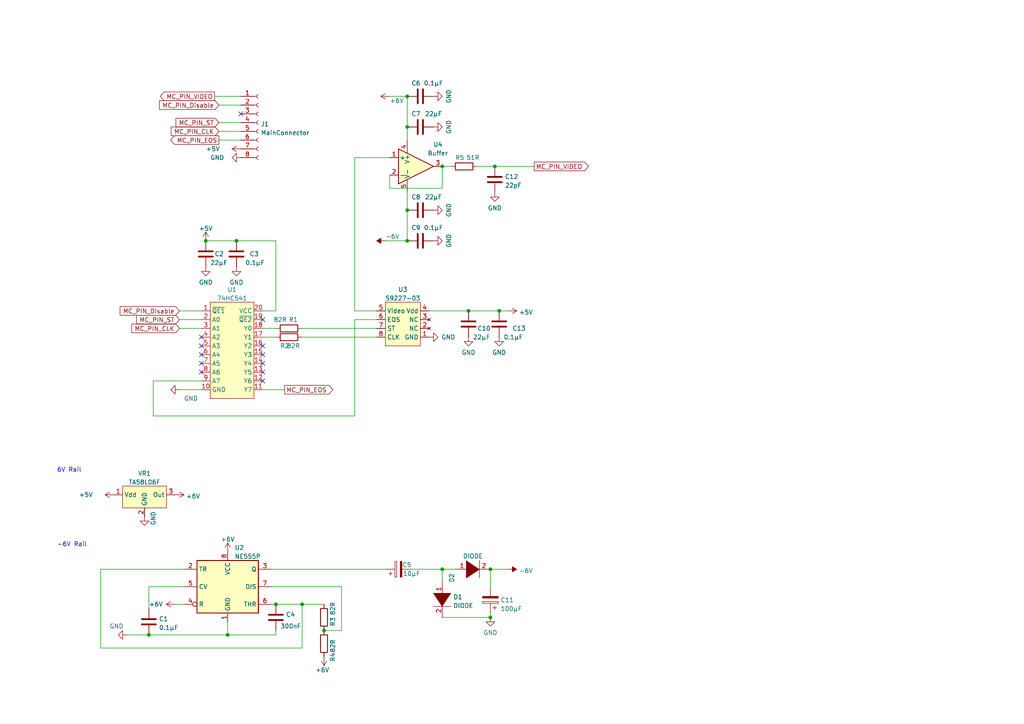
<source format=kicad_sch>
(kicad_sch (version 20211123) (generator eeschema)

  (uuid e63e39d7-6ac0-4ffd-8aa3-1841a4541b55)

  (paper "A4")

  (lib_symbols
    (symbol "Connector:Conn_01x08_Female" (pin_names (offset 1.016) hide) (in_bom yes) (on_board yes)
      (property "Reference" "J" (id 0) (at 0 10.16 0)
        (effects (font (size 1.27 1.27)))
      )
      (property "Value" "Conn_01x08_Female" (id 1) (at 0 -12.7 0)
        (effects (font (size 1.27 1.27)))
      )
      (property "Footprint" "" (id 2) (at 0 0 0)
        (effects (font (size 1.27 1.27)) hide)
      )
      (property "Datasheet" "~" (id 3) (at 0 0 0)
        (effects (font (size 1.27 1.27)) hide)
      )
      (property "ki_keywords" "connector" (id 4) (at 0 0 0)
        (effects (font (size 1.27 1.27)) hide)
      )
      (property "ki_description" "Generic connector, single row, 01x08, script generated (kicad-library-utils/schlib/autogen/connector/)" (id 5) (at 0 0 0)
        (effects (font (size 1.27 1.27)) hide)
      )
      (property "ki_fp_filters" "Connector*:*_1x??_*" (id 6) (at 0 0 0)
        (effects (font (size 1.27 1.27)) hide)
      )
      (symbol "Conn_01x08_Female_1_1"
        (arc (start 0 -9.652) (mid -0.508 -10.16) (end 0 -10.668)
          (stroke (width 0.1524) (type default) (color 0 0 0 0))
          (fill (type none))
        )
        (arc (start 0 -7.112) (mid -0.508 -7.62) (end 0 -8.128)
          (stroke (width 0.1524) (type default) (color 0 0 0 0))
          (fill (type none))
        )
        (arc (start 0 -4.572) (mid -0.508 -5.08) (end 0 -5.588)
          (stroke (width 0.1524) (type default) (color 0 0 0 0))
          (fill (type none))
        )
        (arc (start 0 -2.032) (mid -0.508 -2.54) (end 0 -3.048)
          (stroke (width 0.1524) (type default) (color 0 0 0 0))
          (fill (type none))
        )
        (polyline
          (pts
            (xy -1.27 -10.16)
            (xy -0.508 -10.16)
          )
          (stroke (width 0.1524) (type default) (color 0 0 0 0))
          (fill (type none))
        )
        (polyline
          (pts
            (xy -1.27 -7.62)
            (xy -0.508 -7.62)
          )
          (stroke (width 0.1524) (type default) (color 0 0 0 0))
          (fill (type none))
        )
        (polyline
          (pts
            (xy -1.27 -5.08)
            (xy -0.508 -5.08)
          )
          (stroke (width 0.1524) (type default) (color 0 0 0 0))
          (fill (type none))
        )
        (polyline
          (pts
            (xy -1.27 -2.54)
            (xy -0.508 -2.54)
          )
          (stroke (width 0.1524) (type default) (color 0 0 0 0))
          (fill (type none))
        )
        (polyline
          (pts
            (xy -1.27 0)
            (xy -0.508 0)
          )
          (stroke (width 0.1524) (type default) (color 0 0 0 0))
          (fill (type none))
        )
        (polyline
          (pts
            (xy -1.27 2.54)
            (xy -0.508 2.54)
          )
          (stroke (width 0.1524) (type default) (color 0 0 0 0))
          (fill (type none))
        )
        (polyline
          (pts
            (xy -1.27 5.08)
            (xy -0.508 5.08)
          )
          (stroke (width 0.1524) (type default) (color 0 0 0 0))
          (fill (type none))
        )
        (polyline
          (pts
            (xy -1.27 7.62)
            (xy -0.508 7.62)
          )
          (stroke (width 0.1524) (type default) (color 0 0 0 0))
          (fill (type none))
        )
        (arc (start 0 0.508) (mid -0.508 0) (end 0 -0.508)
          (stroke (width 0.1524) (type default) (color 0 0 0 0))
          (fill (type none))
        )
        (arc (start 0 3.048) (mid -0.508 2.54) (end 0 2.032)
          (stroke (width 0.1524) (type default) (color 0 0 0 0))
          (fill (type none))
        )
        (arc (start 0 5.588) (mid -0.508 5.08) (end 0 4.572)
          (stroke (width 0.1524) (type default) (color 0 0 0 0))
          (fill (type none))
        )
        (arc (start 0 8.128) (mid -0.508 7.62) (end 0 7.112)
          (stroke (width 0.1524) (type default) (color 0 0 0 0))
          (fill (type none))
        )
        (pin passive line (at -5.08 7.62 0) (length 3.81)
          (name "Pin_1" (effects (font (size 1.27 1.27))))
          (number "1" (effects (font (size 1.27 1.27))))
        )
        (pin passive line (at -5.08 5.08 0) (length 3.81)
          (name "Pin_2" (effects (font (size 1.27 1.27))))
          (number "2" (effects (font (size 1.27 1.27))))
        )
        (pin passive line (at -5.08 2.54 0) (length 3.81)
          (name "Pin_3" (effects (font (size 1.27 1.27))))
          (number "3" (effects (font (size 1.27 1.27))))
        )
        (pin passive line (at -5.08 0 0) (length 3.81)
          (name "Pin_4" (effects (font (size 1.27 1.27))))
          (number "4" (effects (font (size 1.27 1.27))))
        )
        (pin passive line (at -5.08 -2.54 0) (length 3.81)
          (name "Pin_5" (effects (font (size 1.27 1.27))))
          (number "5" (effects (font (size 1.27 1.27))))
        )
        (pin passive line (at -5.08 -5.08 0) (length 3.81)
          (name "Pin_6" (effects (font (size 1.27 1.27))))
          (number "6" (effects (font (size 1.27 1.27))))
        )
        (pin passive line (at -5.08 -7.62 0) (length 3.81)
          (name "Pin_7" (effects (font (size 1.27 1.27))))
          (number "7" (effects (font (size 1.27 1.27))))
        )
        (pin passive line (at -5.08 -10.16 0) (length 3.81)
          (name "Pin_8" (effects (font (size 1.27 1.27))))
          (number "8" (effects (font (size 1.27 1.27))))
        )
      )
    )
    (symbol "CustomIC:74HC541" (in_bom yes) (on_board yes)
      (property "Reference" "U" (id 0) (at 6.35 29.21 0)
        (effects (font (size 1.27 1.27)))
      )
      (property "Value" "74HC541" (id 1) (at 6.35 31.75 0)
        (effects (font (size 1.27 1.27)))
      )
      (property "Footprint" "Package_SO:SSOP-20_4.4x6.5mm_P0.65mm" (id 2) (at 6.35 36.83 0)
        (effects (font (size 1.27 1.27)) hide)
      )
      (property "Datasheet" "https://assets.nexperia.com/documents/data-sheet/74HC_HCT541.pdf" (id 3) (at 6.35 39.37 0)
        (effects (font (size 1.27 1.27)) hide)
      )
      (symbol "74HC541_0_1"
        (rectangle (start 0 27.94) (end 12.7 0)
          (stroke (width 0.1524) (type default) (color 0 0 0 0))
          (fill (type background))
        )
      )
      (symbol "74HC541_1_1"
        (pin input line (at -2.54 25.4 0) (length 2.54)
          (name "~{QE1}" (effects (font (size 1.27 1.27))))
          (number "1" (effects (font (size 1.27 1.27))))
        )
        (pin input line (at -2.54 2.54 0) (length 2.54)
          (name "GND" (effects (font (size 1.27 1.27))))
          (number "10" (effects (font (size 1.27 1.27))))
        )
        (pin output line (at 15.24 2.54 180) (length 2.54)
          (name "Y7" (effects (font (size 1.27 1.27))))
          (number "11" (effects (font (size 1.27 1.27))))
        )
        (pin output line (at 15.24 5.08 180) (length 2.54)
          (name "Y6" (effects (font (size 1.27 1.27))))
          (number "12" (effects (font (size 1.27 1.27))))
        )
        (pin output line (at 15.24 7.62 180) (length 2.54)
          (name "Y5" (effects (font (size 1.27 1.27))))
          (number "13" (effects (font (size 1.27 1.27))))
        )
        (pin output line (at 15.24 10.16 180) (length 2.54)
          (name "Y4" (effects (font (size 1.27 1.27))))
          (number "14" (effects (font (size 1.27 1.27))))
        )
        (pin output line (at 15.24 12.7 180) (length 2.54)
          (name "Y3" (effects (font (size 1.27 1.27))))
          (number "15" (effects (font (size 1.27 1.27))))
        )
        (pin output line (at 15.24 15.24 180) (length 2.54)
          (name "Y2" (effects (font (size 1.27 1.27))))
          (number "16" (effects (font (size 1.27 1.27))))
        )
        (pin output line (at 15.24 17.78 180) (length 2.54)
          (name "Y1" (effects (font (size 1.27 1.27))))
          (number "17" (effects (font (size 1.27 1.27))))
        )
        (pin output line (at 15.24 20.32 180) (length 2.54)
          (name "Y0" (effects (font (size 1.27 1.27))))
          (number "18" (effects (font (size 1.27 1.27))))
        )
        (pin input line (at 15.24 22.86 180) (length 2.54)
          (name "~{QE2}" (effects (font (size 1.27 1.27))))
          (number "19" (effects (font (size 1.27 1.27))))
        )
        (pin input line (at -2.54 22.86 0) (length 2.54)
          (name "A0" (effects (font (size 1.27 1.27))))
          (number "2" (effects (font (size 1.27 1.27))))
        )
        (pin power_in line (at 15.24 25.4 180) (length 2.54)
          (name "VCC" (effects (font (size 1.27 1.27))))
          (number "20" (effects (font (size 1.27 1.27))))
        )
        (pin input line (at -2.54 20.32 0) (length 2.54)
          (name "A1" (effects (font (size 1.27 1.27))))
          (number "3" (effects (font (size 1.27 1.27))))
        )
        (pin input line (at -2.54 17.78 0) (length 2.54)
          (name "A2" (effects (font (size 1.27 1.27))))
          (number "4" (effects (font (size 1.27 1.27))))
        )
        (pin input line (at -2.54 15.24 0) (length 2.54)
          (name "A3" (effects (font (size 1.27 1.27))))
          (number "5" (effects (font (size 1.27 1.27))))
        )
        (pin input line (at -2.54 12.7 0) (length 2.54)
          (name "A4" (effects (font (size 1.27 1.27))))
          (number "6" (effects (font (size 1.27 1.27))))
        )
        (pin input line (at -2.54 10.16 0) (length 2.54)
          (name "A5" (effects (font (size 1.27 1.27))))
          (number "7" (effects (font (size 1.27 1.27))))
        )
        (pin input line (at -2.54 7.62 0) (length 2.54)
          (name "A6" (effects (font (size 1.27 1.27))))
          (number "8" (effects (font (size 1.27 1.27))))
        )
        (pin input line (at -2.54 5.08 0) (length 2.54)
          (name "A7" (effects (font (size 1.27 1.27))))
          (number "9" (effects (font (size 1.27 1.27))))
        )
      )
    )
    (symbol "CustomIC:S9227-03" (in_bom yes) (on_board yes)
      (property "Reference" "U" (id 0) (at 0 1.27 0)
        (effects (font (size 1.27 1.27)))
      )
      (property "Value" "S9227-03" (id 1) (at 0 3.81 0)
        (effects (font (size 1.27 1.27)))
      )
      (property "Footprint" "Package_DIP:DIP-8_W7.62mm" (id 2) (at 0 12.7 0)
        (effects (font (size 1.27 1.27)) hide)
      )
      (property "Datasheet" "https://www.hamamatsu.com/content/dam/hamamatsu-photonics/sites/documents/99_SALES_LIBRARY/ssd/s9227_series_kmpd1122e.pdf" (id 3) (at 1.27 8.89 0)
        (effects (font (size 1.27 1.27)) hide)
      )
      (symbol "S9227-03_0_1"
        (rectangle (start -5.08 0) (end 5.08 -12.7)
          (stroke (width 0.1524) (type default) (color 0 0 0 0))
          (fill (type background))
        )
      )
      (symbol "S9227-03_1_1"
        (pin power_in line (at -7.62 -2.54 0) (length 2.54)
          (name "GND" (effects (font (size 1.27 1.27))))
          (number "1" (effects (font (size 1.27 1.27))))
        )
        (pin no_connect line (at -7.62 -5.08 0) (length 2.54)
          (name "NC" (effects (font (size 1.27 1.27))))
          (number "2" (effects (font (size 1.27 1.27))))
        )
        (pin no_connect line (at -7.62 -7.62 0) (length 2.54)
          (name "NC" (effects (font (size 1.27 1.27))))
          (number "3" (effects (font (size 1.27 1.27))))
        )
        (pin power_in line (at -7.62 -10.16 0) (length 2.54)
          (name "Vdd" (effects (font (size 1.27 1.27))))
          (number "4" (effects (font (size 1.27 1.27))))
        )
        (pin output line (at 7.62 -10.16 180) (length 2.54)
          (name "Video" (effects (font (size 1.27 1.27))))
          (number "5" (effects (font (size 1.27 1.27))))
        )
        (pin output line (at 7.62 -7.62 180) (length 2.54)
          (name "EOS" (effects (font (size 1.27 1.27))))
          (number "6" (effects (font (size 1.27 1.27))))
        )
        (pin input line (at 7.62 -5.08 180) (length 2.54)
          (name "ST" (effects (font (size 1.27 1.27))))
          (number "7" (effects (font (size 1.27 1.27))))
        )
        (pin input line (at 7.62 -2.54 180) (length 2.54)
          (name "CLK" (effects (font (size 1.27 1.27))))
          (number "8" (effects (font (size 1.27 1.27))))
        )
      )
    )
    (symbol "CustomIC:TA58L06F" (in_bom yes) (on_board yes)
      (property "Reference" "VR" (id 0) (at 0 0 0)
        (effects (font (size 1.27 1.27)))
      )
      (property "Value" "TA58L06F" (id 1) (at 0 2.54 0)
        (effects (font (size 1.27 1.27)))
      )
      (property "Footprint" "" (id 2) (at 0 0 0)
        (effects (font (size 1.27 1.27)) hide)
      )
      (property "Datasheet" "https://docs.rs-online.com/f189/0900766b80c29e88.pdf" (id 3) (at 0 6.35 0)
        (effects (font (size 1.27 1.27)) hide)
      )
      (symbol "TA58L06F_0_1"
        (rectangle (start -6.35 -1.27) (end 6.35 -7.62)
          (stroke (width 0.1524) (type default) (color 0 0 0 0))
          (fill (type background))
        )
      )
      (symbol "TA58L06F_1_1"
        (pin power_in line (at -8.89 -3.81 0) (length 2.54)
          (name "Vdd" (effects (font (size 1.27 1.27))))
          (number "1" (effects (font (size 1.27 1.27))))
        )
        (pin power_in line (at 0 -10.16 90) (length 2.54)
          (name "GND" (effects (font (size 1.27 1.27))))
          (number "2" (effects (font (size 1.27 1.27))))
        )
        (pin power_out line (at 8.89 -3.81 180) (length 2.54)
          (name "Out" (effects (font (size 1.27 1.27))))
          (number "3" (effects (font (size 1.27 1.27))))
        )
      )
    )
    (symbol "Device:C" (pin_numbers hide) (pin_names (offset 0.254)) (in_bom yes) (on_board yes)
      (property "Reference" "C" (id 0) (at 0.635 2.54 0)
        (effects (font (size 1.27 1.27)) (justify left))
      )
      (property "Value" "C" (id 1) (at 0.635 -2.54 0)
        (effects (font (size 1.27 1.27)) (justify left))
      )
      (property "Footprint" "" (id 2) (at 0.9652 -3.81 0)
        (effects (font (size 1.27 1.27)) hide)
      )
      (property "Datasheet" "~" (id 3) (at 0 0 0)
        (effects (font (size 1.27 1.27)) hide)
      )
      (property "ki_keywords" "cap capacitor" (id 4) (at 0 0 0)
        (effects (font (size 1.27 1.27)) hide)
      )
      (property "ki_description" "Unpolarized capacitor" (id 5) (at 0 0 0)
        (effects (font (size 1.27 1.27)) hide)
      )
      (property "ki_fp_filters" "C_*" (id 6) (at 0 0 0)
        (effects (font (size 1.27 1.27)) hide)
      )
      (symbol "C_0_1"
        (polyline
          (pts
            (xy -2.032 -0.762)
            (xy 2.032 -0.762)
          )
          (stroke (width 0.508) (type default) (color 0 0 0 0))
          (fill (type none))
        )
        (polyline
          (pts
            (xy -2.032 0.762)
            (xy 2.032 0.762)
          )
          (stroke (width 0.508) (type default) (color 0 0 0 0))
          (fill (type none))
        )
      )
      (symbol "C_1_1"
        (pin passive line (at 0 3.81 270) (length 2.794)
          (name "~" (effects (font (size 1.27 1.27))))
          (number "1" (effects (font (size 1.27 1.27))))
        )
        (pin passive line (at 0 -3.81 90) (length 2.794)
          (name "~" (effects (font (size 1.27 1.27))))
          (number "2" (effects (font (size 1.27 1.27))))
        )
      )
    )
    (symbol "Device:C_Polarized" (pin_numbers hide) (pin_names (offset 0.254)) (in_bom yes) (on_board yes)
      (property "Reference" "C" (id 0) (at 0.635 2.54 0)
        (effects (font (size 1.27 1.27)) (justify left))
      )
      (property "Value" "C_Polarized" (id 1) (at 0.635 -2.54 0)
        (effects (font (size 1.27 1.27)) (justify left))
      )
      (property "Footprint" "" (id 2) (at 0.9652 -3.81 0)
        (effects (font (size 1.27 1.27)) hide)
      )
      (property "Datasheet" "~" (id 3) (at 0 0 0)
        (effects (font (size 1.27 1.27)) hide)
      )
      (property "ki_keywords" "cap capacitor" (id 4) (at 0 0 0)
        (effects (font (size 1.27 1.27)) hide)
      )
      (property "ki_description" "Polarized capacitor" (id 5) (at 0 0 0)
        (effects (font (size 1.27 1.27)) hide)
      )
      (property "ki_fp_filters" "CP_*" (id 6) (at 0 0 0)
        (effects (font (size 1.27 1.27)) hide)
      )
      (symbol "C_Polarized_0_1"
        (rectangle (start -2.286 0.508) (end 2.286 1.016)
          (stroke (width 0) (type default) (color 0 0 0 0))
          (fill (type none))
        )
        (polyline
          (pts
            (xy -1.778 2.286)
            (xy -0.762 2.286)
          )
          (stroke (width 0) (type default) (color 0 0 0 0))
          (fill (type none))
        )
        (polyline
          (pts
            (xy -1.27 2.794)
            (xy -1.27 1.778)
          )
          (stroke (width 0) (type default) (color 0 0 0 0))
          (fill (type none))
        )
        (rectangle (start 2.286 -0.508) (end -2.286 -1.016)
          (stroke (width 0) (type default) (color 0 0 0 0))
          (fill (type outline))
        )
      )
      (symbol "C_Polarized_1_1"
        (pin passive line (at 0 3.81 270) (length 2.794)
          (name "~" (effects (font (size 1.27 1.27))))
          (number "1" (effects (font (size 1.27 1.27))))
        )
        (pin passive line (at 0 -3.81 90) (length 2.794)
          (name "~" (effects (font (size 1.27 1.27))))
          (number "2" (effects (font (size 1.27 1.27))))
        )
      )
    )
    (symbol "Device:R" (pin_numbers hide) (pin_names (offset 0)) (in_bom yes) (on_board yes)
      (property "Reference" "R" (id 0) (at 2.032 0 90)
        (effects (font (size 1.27 1.27)))
      )
      (property "Value" "R" (id 1) (at 0 0 90)
        (effects (font (size 1.27 1.27)))
      )
      (property "Footprint" "" (id 2) (at -1.778 0 90)
        (effects (font (size 1.27 1.27)) hide)
      )
      (property "Datasheet" "~" (id 3) (at 0 0 0)
        (effects (font (size 1.27 1.27)) hide)
      )
      (property "ki_keywords" "R res resistor" (id 4) (at 0 0 0)
        (effects (font (size 1.27 1.27)) hide)
      )
      (property "ki_description" "Resistor" (id 5) (at 0 0 0)
        (effects (font (size 1.27 1.27)) hide)
      )
      (property "ki_fp_filters" "R_*" (id 6) (at 0 0 0)
        (effects (font (size 1.27 1.27)) hide)
      )
      (symbol "R_0_1"
        (rectangle (start -1.016 -2.54) (end 1.016 2.54)
          (stroke (width 0.254) (type default) (color 0 0 0 0))
          (fill (type none))
        )
      )
      (symbol "R_1_1"
        (pin passive line (at 0 3.81 270) (length 1.27)
          (name "~" (effects (font (size 1.27 1.27))))
          (number "1" (effects (font (size 1.27 1.27))))
        )
        (pin passive line (at 0 -3.81 90) (length 1.27)
          (name "~" (effects (font (size 1.27 1.27))))
          (number "2" (effects (font (size 1.27 1.27))))
        )
      )
    )
    (symbol "Timer:NE555P" (in_bom yes) (on_board yes)
      (property "Reference" "U" (id 0) (at -10.16 8.89 0)
        (effects (font (size 1.27 1.27)) (justify left))
      )
      (property "Value" "NE555P" (id 1) (at 2.54 8.89 0)
        (effects (font (size 1.27 1.27)) (justify left))
      )
      (property "Footprint" "Package_DIP:DIP-8_W7.62mm" (id 2) (at 16.51 -10.16 0)
        (effects (font (size 1.27 1.27)) hide)
      )
      (property "Datasheet" "http://www.ti.com/lit/ds/symlink/ne555.pdf" (id 3) (at 21.59 -10.16 0)
        (effects (font (size 1.27 1.27)) hide)
      )
      (property "ki_keywords" "single timer 555" (id 4) (at 0 0 0)
        (effects (font (size 1.27 1.27)) hide)
      )
      (property "ki_description" "Precision Timers, 555 compatible,  PDIP-8" (id 5) (at 0 0 0)
        (effects (font (size 1.27 1.27)) hide)
      )
      (property "ki_fp_filters" "DIP*W7.62mm*" (id 6) (at 0 0 0)
        (effects (font (size 1.27 1.27)) hide)
      )
      (symbol "NE555P_0_0"
        (pin power_in line (at 0 -10.16 90) (length 2.54)
          (name "GND" (effects (font (size 1.27 1.27))))
          (number "1" (effects (font (size 1.27 1.27))))
        )
        (pin power_in line (at 0 10.16 270) (length 2.54)
          (name "VCC" (effects (font (size 1.27 1.27))))
          (number "8" (effects (font (size 1.27 1.27))))
        )
      )
      (symbol "NE555P_0_1"
        (rectangle (start -8.89 -7.62) (end 8.89 7.62)
          (stroke (width 0.254) (type default) (color 0 0 0 0))
          (fill (type background))
        )
        (rectangle (start -8.89 -7.62) (end 8.89 7.62)
          (stroke (width 0.254) (type default) (color 0 0 0 0))
          (fill (type background))
        )
      )
      (symbol "NE555P_1_1"
        (pin input line (at -12.7 5.08 0) (length 3.81)
          (name "TR" (effects (font (size 1.27 1.27))))
          (number "2" (effects (font (size 1.27 1.27))))
        )
        (pin output line (at 12.7 5.08 180) (length 3.81)
          (name "Q" (effects (font (size 1.27 1.27))))
          (number "3" (effects (font (size 1.27 1.27))))
        )
        (pin input inverted (at -12.7 -5.08 0) (length 3.81)
          (name "R" (effects (font (size 1.27 1.27))))
          (number "4" (effects (font (size 1.27 1.27))))
        )
        (pin input line (at -12.7 0 0) (length 3.81)
          (name "CV" (effects (font (size 1.27 1.27))))
          (number "5" (effects (font (size 1.27 1.27))))
        )
        (pin input line (at 12.7 -5.08 180) (length 3.81)
          (name "THR" (effects (font (size 1.27 1.27))))
          (number "6" (effects (font (size 1.27 1.27))))
        )
        (pin input line (at 12.7 0 180) (length 3.81)
          (name "DIS" (effects (font (size 1.27 1.27))))
          (number "7" (effects (font (size 1.27 1.27))))
        )
      )
    )
    (symbol "power:+5V" (power) (pin_names (offset 0)) (in_bom yes) (on_board yes)
      (property "Reference" "#PWR" (id 0) (at 0 -3.81 0)
        (effects (font (size 1.27 1.27)) hide)
      )
      (property "Value" "+5V" (id 1) (at 0 3.556 0)
        (effects (font (size 1.27 1.27)))
      )
      (property "Footprint" "" (id 2) (at 0 0 0)
        (effects (font (size 1.27 1.27)) hide)
      )
      (property "Datasheet" "" (id 3) (at 0 0 0)
        (effects (font (size 1.27 1.27)) hide)
      )
      (property "ki_keywords" "power-flag" (id 4) (at 0 0 0)
        (effects (font (size 1.27 1.27)) hide)
      )
      (property "ki_description" "Power symbol creates a global label with name \"+5V\"" (id 5) (at 0 0 0)
        (effects (font (size 1.27 1.27)) hide)
      )
      (symbol "+5V_0_1"
        (polyline
          (pts
            (xy -0.762 1.27)
            (xy 0 2.54)
          )
          (stroke (width 0) (type default) (color 0 0 0 0))
          (fill (type none))
        )
        (polyline
          (pts
            (xy 0 0)
            (xy 0 2.54)
          )
          (stroke (width 0) (type default) (color 0 0 0 0))
          (fill (type none))
        )
        (polyline
          (pts
            (xy 0 2.54)
            (xy 0.762 1.27)
          )
          (stroke (width 0) (type default) (color 0 0 0 0))
          (fill (type none))
        )
      )
      (symbol "+5V_1_1"
        (pin power_in line (at 0 0 90) (length 0) hide
          (name "+5V" (effects (font (size 1.27 1.27))))
          (number "1" (effects (font (size 1.27 1.27))))
        )
      )
    )
    (symbol "power:+6V" (power) (pin_names (offset 0)) (in_bom yes) (on_board yes)
      (property "Reference" "#PWR" (id 0) (at 0 -3.81 0)
        (effects (font (size 1.27 1.27)) hide)
      )
      (property "Value" "+6V" (id 1) (at 0 3.556 0)
        (effects (font (size 1.27 1.27)))
      )
      (property "Footprint" "" (id 2) (at 0 0 0)
        (effects (font (size 1.27 1.27)) hide)
      )
      (property "Datasheet" "" (id 3) (at 0 0 0)
        (effects (font (size 1.27 1.27)) hide)
      )
      (property "ki_keywords" "power-flag" (id 4) (at 0 0 0)
        (effects (font (size 1.27 1.27)) hide)
      )
      (property "ki_description" "Power symbol creates a global label with name \"+6V\"" (id 5) (at 0 0 0)
        (effects (font (size 1.27 1.27)) hide)
      )
      (symbol "+6V_0_1"
        (polyline
          (pts
            (xy -0.762 1.27)
            (xy 0 2.54)
          )
          (stroke (width 0) (type default) (color 0 0 0 0))
          (fill (type none))
        )
        (polyline
          (pts
            (xy 0 0)
            (xy 0 2.54)
          )
          (stroke (width 0) (type default) (color 0 0 0 0))
          (fill (type none))
        )
        (polyline
          (pts
            (xy 0 2.54)
            (xy 0.762 1.27)
          )
          (stroke (width 0) (type default) (color 0 0 0 0))
          (fill (type none))
        )
      )
      (symbol "+6V_1_1"
        (pin power_in line (at 0 0 90) (length 0) hide
          (name "+6V" (effects (font (size 1.27 1.27))))
          (number "1" (effects (font (size 1.27 1.27))))
        )
      )
    )
    (symbol "power:-6V" (power) (pin_names (offset 0)) (in_bom yes) (on_board yes)
      (property "Reference" "#PWR" (id 0) (at 0 2.54 0)
        (effects (font (size 1.27 1.27)) hide)
      )
      (property "Value" "-6V" (id 1) (at 0 3.81 0)
        (effects (font (size 1.27 1.27)))
      )
      (property "Footprint" "" (id 2) (at 0 0 0)
        (effects (font (size 1.27 1.27)) hide)
      )
      (property "Datasheet" "" (id 3) (at 0 0 0)
        (effects (font (size 1.27 1.27)) hide)
      )
      (property "ki_keywords" "power-flag" (id 4) (at 0 0 0)
        (effects (font (size 1.27 1.27)) hide)
      )
      (property "ki_description" "Power symbol creates a global label with name \"-6V\"" (id 5) (at 0 0 0)
        (effects (font (size 1.27 1.27)) hide)
      )
      (symbol "-6V_0_0"
        (pin power_in line (at 0 0 90) (length 0) hide
          (name "-6V" (effects (font (size 1.27 1.27))))
          (number "1" (effects (font (size 1.27 1.27))))
        )
      )
      (symbol "-6V_0_1"
        (polyline
          (pts
            (xy 0 0)
            (xy 0 1.27)
            (xy 0.762 1.27)
            (xy 0 2.54)
            (xy -0.762 1.27)
            (xy 0 1.27)
          )
          (stroke (width 0) (type default) (color 0 0 0 0))
          (fill (type outline))
        )
      )
    )
    (symbol "power:GND" (power) (pin_names (offset 0)) (in_bom yes) (on_board yes)
      (property "Reference" "#PWR" (id 0) (at 0 -6.35 0)
        (effects (font (size 1.27 1.27)) hide)
      )
      (property "Value" "GND" (id 1) (at 0 -3.81 0)
        (effects (font (size 1.27 1.27)))
      )
      (property "Footprint" "" (id 2) (at 0 0 0)
        (effects (font (size 1.27 1.27)) hide)
      )
      (property "Datasheet" "" (id 3) (at 0 0 0)
        (effects (font (size 1.27 1.27)) hide)
      )
      (property "ki_keywords" "power-flag" (id 4) (at 0 0 0)
        (effects (font (size 1.27 1.27)) hide)
      )
      (property "ki_description" "Power symbol creates a global label with name \"GND\" , ground" (id 5) (at 0 0 0)
        (effects (font (size 1.27 1.27)) hide)
      )
      (symbol "GND_0_1"
        (polyline
          (pts
            (xy 0 0)
            (xy 0 -1.27)
            (xy 1.27 -1.27)
            (xy 0 -2.54)
            (xy -1.27 -1.27)
            (xy 0 -1.27)
          )
          (stroke (width 0) (type default) (color 0 0 0 0))
          (fill (type none))
        )
      )
      (symbol "GND_1_1"
        (pin power_in line (at 0 0 270) (length 0) hide
          (name "GND" (effects (font (size 1.27 1.27))))
          (number "1" (effects (font (size 1.27 1.27))))
        )
      )
    )
    (symbol "pspice:DIODE" (pin_names (offset 1.016) hide) (in_bom yes) (on_board yes)
      (property "Reference" "D" (id 0) (at 0 3.81 0)
        (effects (font (size 1.27 1.27)))
      )
      (property "Value" "DIODE" (id 1) (at 0 -4.445 0)
        (effects (font (size 1.27 1.27)))
      )
      (property "Footprint" "" (id 2) (at 0 0 0)
        (effects (font (size 1.27 1.27)) hide)
      )
      (property "Datasheet" "~" (id 3) (at 0 0 0)
        (effects (font (size 1.27 1.27)) hide)
      )
      (property "ki_keywords" "simulation" (id 4) (at 0 0 0)
        (effects (font (size 1.27 1.27)) hide)
      )
      (property "ki_description" "Diode symbol for simulation only. Pin order incompatible with official kicad footprints" (id 5) (at 0 0 0)
        (effects (font (size 1.27 1.27)) hide)
      )
      (symbol "DIODE_0_1"
        (polyline
          (pts
            (xy 1.905 2.54)
            (xy 1.905 -2.54)
          )
          (stroke (width 0) (type default) (color 0 0 0 0))
          (fill (type none))
        )
        (polyline
          (pts
            (xy -1.905 2.54)
            (xy -1.905 -2.54)
            (xy 1.905 0)
          )
          (stroke (width 0) (type default) (color 0 0 0 0))
          (fill (type outline))
        )
      )
      (symbol "DIODE_1_1"
        (pin input line (at -5.08 0 0) (length 3.81)
          (name "K" (effects (font (size 1.27 1.27))))
          (number "1" (effects (font (size 1.27 1.27))))
        )
        (pin input line (at 5.08 0 180) (length 3.81)
          (name "A" (effects (font (size 1.27 1.27))))
          (number "2" (effects (font (size 1.27 1.27))))
        )
      )
    )
    (symbol "pspice:OPAMP" (pin_names (offset 0.254)) (in_bom yes) (on_board yes)
      (property "Reference" "U" (id 0) (at 3.81 3.175 0)
        (effects (font (size 1.27 1.27)) (justify left))
      )
      (property "Value" "OPAMP" (id 1) (at 3.81 -3.175 0)
        (effects (font (size 1.27 1.27)) (justify left))
      )
      (property "Footprint" "" (id 2) (at 0 0 0)
        (effects (font (size 1.27 1.27)) hide)
      )
      (property "Datasheet" "~" (id 3) (at 0 0 0)
        (effects (font (size 1.27 1.27)) hide)
      )
      (property "ki_keywords" "simulation" (id 4) (at 0 0 0)
        (effects (font (size 1.27 1.27)) hide)
      )
      (property "ki_description" "OPAmp symbol for simulation only" (id 5) (at 0 0 0)
        (effects (font (size 1.27 1.27)) hide)
      )
      (symbol "OPAMP_0_1"
        (polyline
          (pts
            (xy 5.08 0)
            (xy -5.08 5.08)
            (xy -5.08 -5.08)
            (xy 5.08 0)
          )
          (stroke (width 0.254) (type default) (color 0 0 0 0))
          (fill (type background))
        )
      )
      (symbol "OPAMP_1_1"
        (pin input line (at -7.62 2.54 0) (length 2.54)
          (name "+" (effects (font (size 1.27 1.27))))
          (number "1" (effects (font (size 1.27 1.27))))
        )
        (pin input line (at -7.62 -2.54 0) (length 2.54)
          (name "-" (effects (font (size 1.27 1.27))))
          (number "2" (effects (font (size 1.27 1.27))))
        )
        (pin output line (at 7.62 0 180) (length 2.54)
          (name "~" (effects (font (size 1.27 1.27))))
          (number "3" (effects (font (size 1.27 1.27))))
        )
        (pin power_in line (at -2.54 7.62 270) (length 3.81)
          (name "V+" (effects (font (size 1.27 1.27))))
          (number "4" (effects (font (size 1.27 1.27))))
        )
        (pin power_in line (at -2.54 -7.62 90) (length 3.81)
          (name "V-" (effects (font (size 1.27 1.27))))
          (number "5" (effects (font (size 1.27 1.27))))
        )
      )
    )
  )

  (junction (at 80.01 175.26) (diameter 0) (color 0 0 0 0)
    (uuid 11766f31-bf0e-4a2c-b852-0ddd8436b8ca)
  )
  (junction (at 135.89 90.17) (diameter 0) (color 0 0 0 0)
    (uuid 2c8b5f64-7425-4539-8770-0e525cfd41ca)
  )
  (junction (at 118.11 60.96) (diameter 0) (color 0 0 0 0)
    (uuid 5c7a290e-7631-478e-a12d-8a2278e6cc6c)
  )
  (junction (at 93.98 182.88) (diameter 0) (color 0 0 0 0)
    (uuid 6a0c4189-5b6f-42d8-9476-1b4809581271)
  )
  (junction (at 87.63 175.26) (diameter 0) (color 0 0 0 0)
    (uuid 6e7bda2c-9974-435e-9b26-e30a61f89edc)
  )
  (junction (at 66.04 184.15) (diameter 0) (color 0 0 0 0)
    (uuid 7302ab83-348b-479a-8218-7ab014175923)
  )
  (junction (at 142.24 165.1) (diameter 0) (color 0 0 0 0)
    (uuid 7e9acd8a-a6a7-4187-a224-973ca7b56a41)
  )
  (junction (at 59.69 69.85) (diameter 0) (color 0 0 0 0)
    (uuid 87075f16-0eb0-4fac-8762-c80acd1f85b8)
  )
  (junction (at 142.24 179.07) (diameter 0) (color 0 0 0 0)
    (uuid 8c051038-1fc2-4631-95bb-95cdf21d59e7)
  )
  (junction (at 143.51 48.26) (diameter 0) (color 0 0 0 0)
    (uuid 9de93461-4497-472f-aed7-f87c14a81b2d)
  )
  (junction (at 118.11 69.85) (diameter 0) (color 0 0 0 0)
    (uuid a54a8fbb-882c-4576-8d25-51612ac9a621)
  )
  (junction (at 128.27 48.26) (diameter 0) (color 0 0 0 0)
    (uuid c14c1938-c66d-4fc8-85e5-969083321e50)
  )
  (junction (at 128.27 165.1) (diameter 0) (color 0 0 0 0)
    (uuid c252b436-0113-410a-8d60-ca16e890e3cf)
  )
  (junction (at 118.11 27.94) (diameter 0) (color 0 0 0 0)
    (uuid c68da529-8d29-470b-ac2a-d10a102cbe1c)
  )
  (junction (at 144.78 90.17) (diameter 0) (color 0 0 0 0)
    (uuid caf02b20-0129-449b-a277-e58e60812ba4)
  )
  (junction (at 118.11 36.83) (diameter 0) (color 0 0 0 0)
    (uuid cb4363a3-e9e4-4cac-8904-7aa2c17af8c9)
  )
  (junction (at 68.58 69.85) (diameter 0) (color 0 0 0 0)
    (uuid db94f689-1d4d-4e97-b6a6-7a85bf7e22b2)
  )
  (junction (at 43.18 184.15) (diameter 0) (color 0 0 0 0)
    (uuid dd7c7764-21ab-4d15-afbc-0c5c3f861d27)
  )

  (no_connect (at 69.85 33.02) (uuid 2400a1ab-19c3-46bb-9a4c-98a9ee0111da))
  (no_connect (at 58.42 102.87) (uuid d0768a38-c165-4bae-94c4-309fa6d01acd))
  (no_connect (at 58.42 100.33) (uuid d0768a38-c165-4bae-94c4-309fa6d01acd))
  (no_connect (at 58.42 105.41) (uuid d0768a38-c165-4bae-94c4-309fa6d01acd))
  (no_connect (at 58.42 107.95) (uuid d0768a38-c165-4bae-94c4-309fa6d01acd))
  (no_connect (at 76.2 92.71) (uuid d0768a38-c165-4bae-94c4-309fa6d01acd))
  (no_connect (at 58.42 97.79) (uuid d0768a38-c165-4bae-94c4-309fa6d01acd))
  (no_connect (at 76.2 100.33) (uuid d0768a38-c165-4bae-94c4-309fa6d01acd))
  (no_connect (at 76.2 102.87) (uuid d0768a38-c165-4bae-94c4-309fa6d01acd))
  (no_connect (at 76.2 110.49) (uuid d0768a38-c165-4bae-94c4-309fa6d01acd))
  (no_connect (at 76.2 105.41) (uuid d0768a38-c165-4bae-94c4-309fa6d01acd))
  (no_connect (at 76.2 107.95) (uuid d0768a38-c165-4bae-94c4-309fa6d01acd))

  (wire (pts (xy 102.87 90.17) (xy 109.22 90.17))
    (stroke (width 0) (type default) (color 0 0 0 0))
    (uuid 00b5a762-6b20-4fe9-80be-d801482d0727)
  )
  (wire (pts (xy 118.11 36.83) (xy 118.11 27.94))
    (stroke (width 0) (type default) (color 0 0 0 0))
    (uuid 05980acc-8464-476d-b674-d917acd5287d)
  )
  (wire (pts (xy 80.01 182.88) (xy 80.01 184.15))
    (stroke (width 0) (type default) (color 0 0 0 0))
    (uuid 07dbf27c-3d07-4643-ab6d-5d5e5b3ad928)
  )
  (wire (pts (xy 128.27 54.61) (xy 128.27 48.26))
    (stroke (width 0) (type default) (color 0 0 0 0))
    (uuid 0a904a00-264c-4fc8-bec6-08b735d449d4)
  )
  (wire (pts (xy 44.45 120.65) (xy 44.45 110.49))
    (stroke (width 0) (type default) (color 0 0 0 0))
    (uuid 1daa229c-9899-4e2c-b7fc-ce63d226ed25)
  )
  (wire (pts (xy 135.89 90.17) (xy 144.78 90.17))
    (stroke (width 0) (type default) (color 0 0 0 0))
    (uuid 1e58d2f4-2244-4355-8d1e-9e4215addba6)
  )
  (wire (pts (xy 76.2 95.25) (xy 80.01 95.25))
    (stroke (width 0) (type default) (color 0 0 0 0))
    (uuid 1f32d67f-6c1a-4300-964c-1b07585e5eed)
  )
  (wire (pts (xy 147.32 165.1) (xy 142.24 165.1))
    (stroke (width 0) (type default) (color 0 0 0 0))
    (uuid 21e858eb-1fa1-42e7-b82d-e8652ffc4af0)
  )
  (wire (pts (xy 80.01 175.26) (xy 87.63 175.26))
    (stroke (width 0) (type default) (color 0 0 0 0))
    (uuid 2824f105-16e3-4477-aa57-3c87356c30c1)
  )
  (wire (pts (xy 78.74 170.18) (xy 99.06 170.18))
    (stroke (width 0) (type default) (color 0 0 0 0))
    (uuid 28e455b3-c48e-4bb6-b749-5e1d66c0f2ad)
  )
  (wire (pts (xy 93.98 182.88) (xy 99.06 182.88))
    (stroke (width 0) (type default) (color 0 0 0 0))
    (uuid 29809fe3-3379-47c9-bcfd-12a333ef1068)
  )
  (wire (pts (xy 76.2 90.17) (xy 80.01 90.17))
    (stroke (width 0) (type default) (color 0 0 0 0))
    (uuid 2ddeda1f-1830-46a3-b2bb-5ee203c5a8bc)
  )
  (wire (pts (xy 80.01 184.15) (xy 66.04 184.15))
    (stroke (width 0) (type default) (color 0 0 0 0))
    (uuid 30a5fc38-bd4a-46c3-9ed6-08cdb4cdc6db)
  )
  (wire (pts (xy 143.51 48.26) (xy 154.94 48.26))
    (stroke (width 0) (type default) (color 0 0 0 0))
    (uuid 3975bba7-7165-4b70-a095-4e9f26335c14)
  )
  (wire (pts (xy 124.46 90.17) (xy 135.89 90.17))
    (stroke (width 0) (type default) (color 0 0 0 0))
    (uuid 3c119e62-9f3b-4b13-a694-00c9fe50b505)
  )
  (wire (pts (xy 59.69 69.85) (xy 68.58 69.85))
    (stroke (width 0) (type default) (color 0 0 0 0))
    (uuid 3d5baedf-83c9-4efa-9829-f7577648ca6e)
  )
  (wire (pts (xy 128.27 165.1) (xy 128.27 168.91))
    (stroke (width 0) (type default) (color 0 0 0 0))
    (uuid 41fe55f3-5fc1-4865-81b2-97174630b1d4)
  )
  (wire (pts (xy 76.2 97.79) (xy 80.01 97.79))
    (stroke (width 0) (type default) (color 0 0 0 0))
    (uuid 4a8b25a5-7444-4b4a-bd2d-12a8b9da2791)
  )
  (wire (pts (xy 52.07 95.25) (xy 58.42 95.25))
    (stroke (width 0) (type default) (color 0 0 0 0))
    (uuid 4b9fbd5e-c381-483d-b321-2f04416733e6)
  )
  (wire (pts (xy 113.03 50.8) (xy 113.03 54.61))
    (stroke (width 0) (type default) (color 0 0 0 0))
    (uuid 519db70b-cad4-46d9-a58c-a0a7bd3c3c7b)
  )
  (wire (pts (xy 142.24 179.07) (xy 128.27 179.07))
    (stroke (width 0) (type default) (color 0 0 0 0))
    (uuid 53e05033-657b-4b78-a9ae-78d76e3ed485)
  )
  (wire (pts (xy 102.87 92.71) (xy 102.87 120.65))
    (stroke (width 0) (type default) (color 0 0 0 0))
    (uuid 5744cdb3-a002-45bb-9d2b-b9450a394513)
  )
  (wire (pts (xy 50.8 175.26) (xy 53.34 175.26))
    (stroke (width 0) (type default) (color 0 0 0 0))
    (uuid 60500e89-e17e-41ca-9992-3b0940fa040a)
  )
  (wire (pts (xy 63.5 38.1) (xy 69.85 38.1))
    (stroke (width 0) (type default) (color 0 0 0 0))
    (uuid 643c208d-47d7-4b75-935b-5a37de43cc14)
  )
  (wire (pts (xy 113.03 45.72) (xy 102.87 45.72))
    (stroke (width 0) (type default) (color 0 0 0 0))
    (uuid 6a3fd85d-1602-4990-9832-858d3fc122b1)
  )
  (wire (pts (xy 78.74 165.1) (xy 111.76 165.1))
    (stroke (width 0) (type default) (color 0 0 0 0))
    (uuid 6b1c50cb-b96d-40ed-9d28-e1bcfbd43700)
  )
  (wire (pts (xy 102.87 45.72) (xy 102.87 90.17))
    (stroke (width 0) (type default) (color 0 0 0 0))
    (uuid 6d79d12c-a2d8-4709-a7fe-b759c23175a3)
  )
  (wire (pts (xy 87.63 175.26) (xy 93.98 175.26))
    (stroke (width 0) (type default) (color 0 0 0 0))
    (uuid 6d93d4b2-fc0f-49b6-a168-c37f9c2b289d)
  )
  (wire (pts (xy 142.24 165.1) (xy 142.24 170.18))
    (stroke (width 0) (type default) (color 0 0 0 0))
    (uuid 6db8556c-6773-40ec-a26a-e051b4460e69)
  )
  (wire (pts (xy 128.27 165.1) (xy 132.08 165.1))
    (stroke (width 0) (type default) (color 0 0 0 0))
    (uuid 6eddcf90-0efd-4cbe-931e-b433fc449829)
  )
  (wire (pts (xy 76.2 113.03) (xy 82.55 113.03))
    (stroke (width 0) (type default) (color 0 0 0 0))
    (uuid 70e07a49-94e5-4d8e-a23a-9de58e120968)
  )
  (wire (pts (xy 52.07 113.03) (xy 58.42 113.03))
    (stroke (width 0) (type default) (color 0 0 0 0))
    (uuid 72538525-c7da-498e-ae4e-37841b57cf2e)
  )
  (wire (pts (xy 53.34 165.1) (xy 29.21 165.1))
    (stroke (width 0) (type default) (color 0 0 0 0))
    (uuid 7720fa2e-fb7b-48a1-9ed6-ce3623e0185f)
  )
  (wire (pts (xy 62.23 27.94) (xy 69.85 27.94))
    (stroke (width 0) (type default) (color 0 0 0 0))
    (uuid 7abb0756-40d7-45be-89cd-6cb14f5de906)
  )
  (wire (pts (xy 29.21 187.96) (xy 87.63 187.96))
    (stroke (width 0) (type default) (color 0 0 0 0))
    (uuid 85cb3c3e-fba3-4520-8e96-68c20b0ec25c)
  )
  (wire (pts (xy 99.06 182.88) (xy 99.06 170.18))
    (stroke (width 0) (type default) (color 0 0 0 0))
    (uuid 90014f02-9b31-405a-9afc-9dce61b5dbd8)
  )
  (wire (pts (xy 113.03 27.94) (xy 118.11 27.94))
    (stroke (width 0) (type default) (color 0 0 0 0))
    (uuid 9e8819c2-83dc-4cc5-9c9a-082d3cf541f6)
  )
  (wire (pts (xy 29.21 165.1) (xy 29.21 187.96))
    (stroke (width 0) (type default) (color 0 0 0 0))
    (uuid a272dce9-769a-407b-b984-cef7947d5345)
  )
  (wire (pts (xy 43.18 170.18) (xy 53.34 170.18))
    (stroke (width 0) (type default) (color 0 0 0 0))
    (uuid a4cf2342-9d8f-4485-930b-06f8651b4b94)
  )
  (wire (pts (xy 63.5 35.56) (xy 69.85 35.56))
    (stroke (width 0) (type default) (color 0 0 0 0))
    (uuid a6bf0b61-eabd-43da-869a-b9257c2d8ff1)
  )
  (wire (pts (xy 63.5 30.48) (xy 69.85 30.48))
    (stroke (width 0) (type default) (color 0 0 0 0))
    (uuid a75f5909-aff1-4536-9525-818aaed15329)
  )
  (wire (pts (xy 43.18 184.15) (xy 36.83 184.15))
    (stroke (width 0) (type default) (color 0 0 0 0))
    (uuid b1742c9a-0d12-4e57-8f57-7303a4d316ab)
  )
  (wire (pts (xy 80.01 90.17) (xy 80.01 69.85))
    (stroke (width 0) (type default) (color 0 0 0 0))
    (uuid b22a5baf-7f7a-4b8d-8b01-f0524234b631)
  )
  (wire (pts (xy 142.24 177.8) (xy 142.24 179.07))
    (stroke (width 0) (type default) (color 0 0 0 0))
    (uuid b2f70518-11cb-441c-aeb7-d3abc7efde29)
  )
  (wire (pts (xy 138.43 48.26) (xy 143.51 48.26))
    (stroke (width 0) (type default) (color 0 0 0 0))
    (uuid b3c43c2b-ae42-4e2b-82d6-f18dffdc39bc)
  )
  (wire (pts (xy 87.63 95.25) (xy 109.22 95.25))
    (stroke (width 0) (type default) (color 0 0 0 0))
    (uuid b4cb26af-57fb-4e56-8ff3-5b51df57a110)
  )
  (wire (pts (xy 118.11 55.88) (xy 118.11 60.96))
    (stroke (width 0) (type default) (color 0 0 0 0))
    (uuid b996a72a-6d88-4cdf-9e3d-515313d2cabb)
  )
  (wire (pts (xy 43.18 176.53) (xy 43.18 170.18))
    (stroke (width 0) (type default) (color 0 0 0 0))
    (uuid bc6ecfb5-5c6d-41ca-9a11-62a7bff7d96a)
  )
  (wire (pts (xy 52.07 92.71) (xy 58.42 92.71))
    (stroke (width 0) (type default) (color 0 0 0 0))
    (uuid bef1d73d-0987-4985-a05e-82630c840597)
  )
  (wire (pts (xy 118.11 69.85) (xy 118.11 60.96))
    (stroke (width 0) (type default) (color 0 0 0 0))
    (uuid c44efa92-387d-4f3f-b4b3-ad7e1b86c179)
  )
  (wire (pts (xy 113.03 54.61) (xy 128.27 54.61))
    (stroke (width 0) (type default) (color 0 0 0 0))
    (uuid c73076e2-bb95-46dd-afcb-6f089e4bae75)
  )
  (wire (pts (xy 66.04 180.34) (xy 66.04 184.15))
    (stroke (width 0) (type default) (color 0 0 0 0))
    (uuid cc8832a9-ba10-4fe8-bc1b-9d31666e253b)
  )
  (wire (pts (xy 68.58 69.85) (xy 80.01 69.85))
    (stroke (width 0) (type default) (color 0 0 0 0))
    (uuid d32e5b30-1255-42cf-a7f8-6b6de2af5f73)
  )
  (wire (pts (xy 87.63 187.96) (xy 87.63 175.26))
    (stroke (width 0) (type default) (color 0 0 0 0))
    (uuid d62da3c6-0a97-4580-a269-fd959da518fe)
  )
  (wire (pts (xy 78.74 175.26) (xy 80.01 175.26))
    (stroke (width 0) (type default) (color 0 0 0 0))
    (uuid d8421ba4-82dd-40a0-ae58-b323f4a1fbd1)
  )
  (wire (pts (xy 87.63 97.79) (xy 109.22 97.79))
    (stroke (width 0) (type default) (color 0 0 0 0))
    (uuid e1060fed-01b4-4159-8a12-cf89e36c5146)
  )
  (wire (pts (xy 52.07 90.17) (xy 58.42 90.17))
    (stroke (width 0) (type default) (color 0 0 0 0))
    (uuid e5da2245-b81a-4b7e-ba2d-3a22911b477c)
  )
  (wire (pts (xy 111.76 69.85) (xy 118.11 69.85))
    (stroke (width 0) (type default) (color 0 0 0 0))
    (uuid e8d6d8fe-4cb4-4eb6-b92b-768cb406ec15)
  )
  (wire (pts (xy 144.78 90.17) (xy 147.32 90.17))
    (stroke (width 0) (type default) (color 0 0 0 0))
    (uuid e9044956-2be0-432a-89c4-f8f7eb858333)
  )
  (wire (pts (xy 102.87 120.65) (xy 44.45 120.65))
    (stroke (width 0) (type default) (color 0 0 0 0))
    (uuid e949096a-7700-4c64-b973-20386fa6c214)
  )
  (wire (pts (xy 118.11 36.83) (xy 118.11 40.64))
    (stroke (width 0) (type default) (color 0 0 0 0))
    (uuid ec5ee3a5-74ea-4488-94b0-2391bf0ea35a)
  )
  (wire (pts (xy 66.04 184.15) (xy 43.18 184.15))
    (stroke (width 0) (type default) (color 0 0 0 0))
    (uuid f020b1c5-04b5-4ce6-a0f8-c357ef7994cb)
  )
  (wire (pts (xy 63.5 40.64) (xy 69.85 40.64))
    (stroke (width 0) (type default) (color 0 0 0 0))
    (uuid f0ad90bb-9e48-45c9-a450-c2464227b97f)
  )
  (wire (pts (xy 109.22 92.71) (xy 102.87 92.71))
    (stroke (width 0) (type default) (color 0 0 0 0))
    (uuid f2ac6d54-6f4e-497b-95ba-dcceb8b14cc3)
  )
  (wire (pts (xy 44.45 110.49) (xy 58.42 110.49))
    (stroke (width 0) (type default) (color 0 0 0 0))
    (uuid f7bc9f4e-7bb6-46fc-9d21-b2fdabd9b7a4)
  )
  (wire (pts (xy 128.27 48.26) (xy 130.81 48.26))
    (stroke (width 0) (type default) (color 0 0 0 0))
    (uuid f93188e3-484c-4527-80ba-a21e98565cf3)
  )
  (wire (pts (xy 119.38 165.1) (xy 128.27 165.1))
    (stroke (width 0) (type default) (color 0 0 0 0))
    (uuid fe2dc5ac-3647-4b7a-b530-b8db3043a260)
  )

  (text "6V Rail" (at 16.51 137.16 0)
    (effects (font (size 1.27 1.27)) (justify left bottom))
    (uuid 08384e30-adf7-4d9c-aa0d-b91dee4b1bdf)
  )
  (text "-6V Rail" (at 16.51 158.75 0)
    (effects (font (size 1.27 1.27)) (justify left bottom))
    (uuid 4afca41e-3898-41ca-a5c5-c9df1a389bb4)
  )

  (global_label "MC_PIN_EOS" (shape output) (at 63.5 40.64 180) (fields_autoplaced)
    (effects (font (size 1.27 1.27)) (justify right))
    (uuid 02f85467-f1e6-4f3b-8e21-f8ae6c37e0ad)
    (property "Intersheet References" "${INTERSHEET_REFS}" (id 0) (at 49.5359 40.7194 0)
      (effects (font (size 1.27 1.27)) (justify right) hide)
    )
  )
  (global_label "MC_PIN_VIDEO" (shape output) (at 154.94 48.26 0) (fields_autoplaced)
    (effects (font (size 1.27 1.27)) (justify left))
    (uuid 1ce392a5-12e4-4373-a133-d609d534d480)
    (property "Intersheet References" "${INTERSHEET_REFS}" (id 0) (at 170.6579 48.1806 0)
      (effects (font (size 1.27 1.27)) (justify left) hide)
    )
  )
  (global_label "MC_PIN_ST" (shape input) (at 52.07 92.71 180) (fields_autoplaced)
    (effects (font (size 1.27 1.27)) (justify right))
    (uuid 3acac58c-00ba-402b-be89-20e6cb907b78)
    (property "Intersheet References" "${INTERSHEET_REFS}" (id 0) (at 39.6179 92.7894 0)
      (effects (font (size 1.27 1.27)) (justify right) hide)
    )
  )
  (global_label "MC_PIN_CLK" (shape input) (at 63.5 38.1 180) (fields_autoplaced)
    (effects (font (size 1.27 1.27)) (justify right))
    (uuid 3b046165-83e6-4309-8e4c-cca3f879ad38)
    (property "Intersheet References" "${INTERSHEET_REFS}" (id 0) (at 49.6569 38.1794 0)
      (effects (font (size 1.27 1.27)) (justify right) hide)
    )
  )
  (global_label "MC_PIN_CLK" (shape input) (at 52.07 95.25 180) (fields_autoplaced)
    (effects (font (size 1.27 1.27)) (justify right))
    (uuid 475543cb-f17b-4b05-a68c-dd0128009d7f)
    (property "Intersheet References" "${INTERSHEET_REFS}" (id 0) (at 38.2269 95.3294 0)
      (effects (font (size 1.27 1.27)) (justify right) hide)
    )
  )
  (global_label "MC_PIN_Disable" (shape input) (at 52.07 90.17 180) (fields_autoplaced)
    (effects (font (size 1.27 1.27)) (justify right))
    (uuid 4dac1fa9-3e60-4fd9-add1-cf343021a952)
    (property "Intersheet References" "${INTERSHEET_REFS}" (id 0) (at 34.8402 90.2494 0)
      (effects (font (size 1.27 1.27)) (justify right) hide)
    )
  )
  (global_label "MC_PIN_EOS" (shape output) (at 82.55 113.03 0) (fields_autoplaced)
    (effects (font (size 1.27 1.27)) (justify left))
    (uuid 844b4dbe-f95d-41d9-9b8b-16eb99f23769)
    (property "Intersheet References" "${INTERSHEET_REFS}" (id 0) (at 96.5141 112.9506 0)
      (effects (font (size 1.27 1.27)) (justify left) hide)
    )
  )
  (global_label "MC_PIN_ST" (shape input) (at 63.5 35.56 180) (fields_autoplaced)
    (effects (font (size 1.27 1.27)) (justify right))
    (uuid bbb4c8ac-229b-4bd3-8235-fed144349a09)
    (property "Intersheet References" "${INTERSHEET_REFS}" (id 0) (at 51.0479 35.6394 0)
      (effects (font (size 1.27 1.27)) (justify right) hide)
    )
  )
  (global_label "MC_PIN_VIDEO" (shape output) (at 62.23 27.94 180) (fields_autoplaced)
    (effects (font (size 1.27 1.27)) (justify right))
    (uuid bf68252d-6b04-4c86-9198-dc88a7fe030c)
    (property "Intersheet References" "${INTERSHEET_REFS}" (id 0) (at 46.5121 28.0194 0)
      (effects (font (size 1.27 1.27)) (justify right) hide)
    )
  )
  (global_label "MC_PIN_Disable" (shape input) (at 63.5 30.48 180) (fields_autoplaced)
    (effects (font (size 1.27 1.27)) (justify right))
    (uuid e24414e1-b5f3-486d-9564-57fdb95291aa)
    (property "Intersheet References" "${INTERSHEET_REFS}" (id 0) (at 46.2702 30.5594 0)
      (effects (font (size 1.27 1.27)) (justify right) hide)
    )
  )

  (symbol (lib_id "Device:C") (at 121.92 27.94 90) (unit 1)
    (in_bom yes) (on_board yes)
    (uuid 00be4b49-b8ab-4d3e-a5c4-cb283bc578f4)
    (property "Reference" "C6" (id 0) (at 120.65 24.13 90))
    (property "Value" "0.1μF" (id 1) (at 125.73 24.13 90))
    (property "Footprint" "Capacitor_SMD:C_1206_3216Metric_Pad1.33x1.80mm_HandSolder" (id 2) (at 125.73 26.9748 0)
      (effects (font (size 1.27 1.27)) hide)
    )
    (property "Datasheet" "~" (id 3) (at 121.92 27.94 0)
      (effects (font (size 1.27 1.27)) hide)
    )
    (pin "1" (uuid c8b978c4-a882-475e-85e5-8ca7ae97fd45))
    (pin "2" (uuid 547b369d-e236-448f-b914-774724b282d1))
  )

  (symbol (lib_id "power:+6V") (at 113.03 27.94 90) (unit 1)
    (in_bom yes) (on_board yes)
    (uuid 03d18d70-dc24-4f66-915d-a48ed5fcb71d)
    (property "Reference" "#PWR015" (id 0) (at 116.84 27.94 0)
      (effects (font (size 1.27 1.27)) hide)
    )
    (property "Value" "+6V" (id 1) (at 113.03 29.21 90)
      (effects (font (size 1.27 1.27)) (justify right))
    )
    (property "Footprint" "" (id 2) (at 113.03 27.94 0)
      (effects (font (size 1.27 1.27)) hide)
    )
    (property "Datasheet" "" (id 3) (at 113.03 27.94 0)
      (effects (font (size 1.27 1.27)) hide)
    )
    (pin "1" (uuid af1658e0-1b9e-48de-8ad0-ccaf5106d63f))
  )

  (symbol (lib_id "power:+6V") (at 50.8 175.26 90) (unit 1)
    (in_bom yes) (on_board yes)
    (uuid 081de8e0-6256-4756-93b0-d733bed4091c)
    (property "Reference" "#PWR06" (id 0) (at 54.61 175.26 0)
      (effects (font (size 1.27 1.27)) hide)
    )
    (property "Value" "+6V" (id 1) (at 43.18 175.26 90)
      (effects (font (size 1.27 1.27)) (justify right))
    )
    (property "Footprint" "" (id 2) (at 50.8 175.26 0)
      (effects (font (size 1.27 1.27)) hide)
    )
    (property "Datasheet" "" (id 3) (at 50.8 175.26 0)
      (effects (font (size 1.27 1.27)) hide)
    )
    (pin "1" (uuid a42fec27-ea7c-440f-bb39-75dc4a60a465))
  )

  (symbol (lib_id "power:GND") (at 41.91 149.86 0) (unit 1)
    (in_bom yes) (on_board yes)
    (uuid 122b9952-e7be-4ade-b42d-2ebc09e2cb42)
    (property "Reference" "#PWR03" (id 0) (at 41.91 156.21 0)
      (effects (font (size 1.27 1.27)) hide)
    )
    (property "Value" "GND" (id 1) (at 44.45 152.4 90)
      (effects (font (size 1.27 1.27)) (justify left))
    )
    (property "Footprint" "" (id 2) (at 41.91 149.86 0)
      (effects (font (size 1.27 1.27)) hide)
    )
    (property "Datasheet" "" (id 3) (at 41.91 149.86 0)
      (effects (font (size 1.27 1.27)) hide)
    )
    (pin "1" (uuid 9a6f4165-2e4e-42be-b7cd-5c5371bf5a15))
  )

  (symbol (lib_id "power:GND") (at 125.73 60.96 90) (unit 1)
    (in_bom yes) (on_board yes) (fields_autoplaced)
    (uuid 1cc62c55-39c2-471c-ab31-946d277617e3)
    (property "Reference" "#PWR019" (id 0) (at 132.08 60.96 0)
      (effects (font (size 1.27 1.27)) hide)
    )
    (property "Value" "GND" (id 1) (at 130.1734 60.96 0))
    (property "Footprint" "" (id 2) (at 125.73 60.96 0)
      (effects (font (size 1.27 1.27)) hide)
    )
    (property "Datasheet" "" (id 3) (at 125.73 60.96 0)
      (effects (font (size 1.27 1.27)) hide)
    )
    (pin "1" (uuid 000137fe-6250-42f6-ac88-047e05dc78f7))
  )

  (symbol (lib_id "Device:C") (at 68.58 73.66 0) (unit 1)
    (in_bom yes) (on_board yes)
    (uuid 247dff92-fbee-4dbd-937a-b681c1e90e7f)
    (property "Reference" "C3" (id 0) (at 72.39 73.66 0)
      (effects (font (size 1.27 1.27)) (justify left))
    )
    (property "Value" "0.1μF" (id 1) (at 71.12 76.2 0)
      (effects (font (size 1.27 1.27)) (justify left))
    )
    (property "Footprint" "Capacitor_SMD:C_1206_3216Metric_Pad1.33x1.80mm_HandSolder" (id 2) (at 69.5452 77.47 0)
      (effects (font (size 1.27 1.27)) hide)
    )
    (property "Datasheet" "~" (id 3) (at 68.58 73.66 0)
      (effects (font (size 1.27 1.27)) hide)
    )
    (pin "1" (uuid 0c256ff2-cce1-4dfd-b9b2-790b8cd7e34e))
    (pin "2" (uuid ea6b9806-4dbe-400d-ba85-64da5467ebb7))
  )

  (symbol (lib_id "Device:C") (at 121.92 36.83 90) (unit 1)
    (in_bom yes) (on_board yes)
    (uuid 278f5420-3cb3-49d9-873b-5fbba4d1dfcb)
    (property "Reference" "C7" (id 0) (at 120.65 33.02 90))
    (property "Value" "22μF" (id 1) (at 125.73 33.02 90))
    (property "Footprint" "Capacitor_SMD:C_1206_3216Metric_Pad1.33x1.80mm_HandSolder" (id 2) (at 125.73 35.8648 0)
      (effects (font (size 1.27 1.27)) hide)
    )
    (property "Datasheet" "~" (id 3) (at 121.92 36.83 0)
      (effects (font (size 1.27 1.27)) hide)
    )
    (pin "1" (uuid 1d67496e-c3c7-4577-889b-75346a5d9823))
    (pin "2" (uuid e6395f03-43e0-4faf-954c-4f9b7ab8aec8))
  )

  (symbol (lib_id "CustomIC:S9227-03") (at 116.84 100.33 180) (unit 1)
    (in_bom yes) (on_board yes) (fields_autoplaced)
    (uuid 2853dd67-f7f6-42d6-a1e5-357bad6a9fa9)
    (property "Reference" "U3" (id 0) (at 116.84 83.981 0))
    (property "Value" "S9227-03" (id 1) (at 116.84 86.5179 0))
    (property "Footprint" "Package_DIP:DIP-8_W7.62mm" (id 2) (at 116.84 113.03 0)
      (effects (font (size 1.27 1.27)) hide)
    )
    (property "Datasheet" "https://www.hamamatsu.com/content/dam/hamamatsu-photonics/sites/documents/99_SALES_LIBRARY/ssd/s9227_series_kmpd1122e.pdf" (id 3) (at 115.57 109.22 0)
      (effects (font (size 1.27 1.27)) hide)
    )
    (pin "1" (uuid 7968a53b-d718-484d-8664-26cea4735516))
    (pin "2" (uuid fa450f6e-c489-4d0b-b8fc-35a317973931))
    (pin "3" (uuid 17c372e1-3403-425f-9994-ba30f8e9e067))
    (pin "4" (uuid 6d68ab41-73a5-462c-8804-e0b329bb3065))
    (pin "5" (uuid 0bef1041-7ce3-44c6-9430-a4fe17651811))
    (pin "6" (uuid 8472ef6a-ba04-4b32-b96f-607f851fe2ad))
    (pin "7" (uuid 590bfd5b-b2ae-4d5d-a18b-f157bc1909cc))
    (pin "8" (uuid a207b3ca-0af3-40fc-9e0a-56122aa02983))
  )

  (symbol (lib_id "Device:R") (at 83.82 95.25 270) (unit 1)
    (in_bom yes) (on_board yes)
    (uuid 294995e1-6822-4dd2-88db-db19842d5105)
    (property "Reference" "R1" (id 0) (at 85.09 92.71 90))
    (property "Value" "82R" (id 1) (at 81.28 92.71 90))
    (property "Footprint" "Resistor_SMD:R_1206_3216Metric_Pad1.30x1.75mm_HandSolder" (id 2) (at 83.82 93.472 90)
      (effects (font (size 1.27 1.27)) hide)
    )
    (property "Datasheet" "~" (id 3) (at 83.82 95.25 0)
      (effects (font (size 1.27 1.27)) hide)
    )
    (pin "1" (uuid fc544be6-6670-4a03-b488-857a2e1fe975))
    (pin "2" (uuid b3f94956-790e-446a-b1bb-a6bfb79c7b51))
  )

  (symbol (lib_id "power:+5V") (at 69.85 43.18 90) (unit 1)
    (in_bom yes) (on_board yes)
    (uuid 2c607d6a-b803-44ec-84fb-7986bc60adce)
    (property "Reference" "#PWR09" (id 0) (at 73.66 43.18 0)
      (effects (font (size 1.27 1.27)) hide)
    )
    (property "Value" "+5V" (id 1) (at 59.69 43.18 90)
      (effects (font (size 1.27 1.27)) (justify right))
    )
    (property "Footprint" "" (id 2) (at 69.85 43.18 0)
      (effects (font (size 1.27 1.27)) hide)
    )
    (property "Datasheet" "" (id 3) (at 69.85 43.18 0)
      (effects (font (size 1.27 1.27)) hide)
    )
    (pin "1" (uuid a5362155-53c0-4b45-85ef-e9e7f9709313))
  )

  (symbol (lib_id "power:GND") (at 125.73 69.85 90) (unit 1)
    (in_bom yes) (on_board yes) (fields_autoplaced)
    (uuid 2dc7e319-8a87-446c-a448-4476a0b0c4e5)
    (property "Reference" "#PWR020" (id 0) (at 132.08 69.85 0)
      (effects (font (size 1.27 1.27)) hide)
    )
    (property "Value" "GND" (id 1) (at 130.1734 69.85 0))
    (property "Footprint" "" (id 2) (at 125.73 69.85 0)
      (effects (font (size 1.27 1.27)) hide)
    )
    (property "Datasheet" "" (id 3) (at 125.73 69.85 0)
      (effects (font (size 1.27 1.27)) hide)
    )
    (pin "1" (uuid 0d7fdda0-86d6-4d40-b35e-c4820f068baf))
  )

  (symbol (lib_id "Device:C") (at 144.78 93.98 0) (unit 1)
    (in_bom yes) (on_board yes)
    (uuid 327e3244-eb48-4f61-b8cc-30edce6a5a5d)
    (property "Reference" "C13" (id 0) (at 148.59 95.25 0)
      (effects (font (size 1.27 1.27)) (justify left))
    )
    (property "Value" "0.1μF" (id 1) (at 146.05 97.79 0)
      (effects (font (size 1.27 1.27)) (justify left))
    )
    (property "Footprint" "Capacitor_SMD:C_1206_3216Metric_Pad1.33x1.80mm_HandSolder" (id 2) (at 145.7452 97.79 0)
      (effects (font (size 1.27 1.27)) hide)
    )
    (property "Datasheet" "~" (id 3) (at 144.78 93.98 0)
      (effects (font (size 1.27 1.27)) hide)
    )
    (pin "1" (uuid b0dbae43-38bf-41d8-9ba3-111edceb7fcb))
    (pin "2" (uuid 61c6fe21-511d-45c3-a225-8d029adff201))
  )

  (symbol (lib_id "pspice:DIODE") (at 128.27 173.99 270) (unit 1)
    (in_bom yes) (on_board yes) (fields_autoplaced)
    (uuid 3ae83828-a3ac-42e4-a753-f789adf22260)
    (property "Reference" "D1" (id 0) (at 131.445 173.1553 90)
      (effects (font (size 1.27 1.27)) (justify left))
    )
    (property "Value" "DIODE" (id 1) (at 131.445 175.6922 90)
      (effects (font (size 1.27 1.27)) (justify left))
    )
    (property "Footprint" "Diode_SMD:D_1206_3216Metric_Pad1.42x1.75mm_HandSolder" (id 2) (at 128.27 173.99 0)
      (effects (font (size 1.27 1.27)) hide)
    )
    (property "Datasheet" "~" (id 3) (at 128.27 173.99 0)
      (effects (font (size 1.27 1.27)) hide)
    )
    (pin "1" (uuid 8781ae8f-7a81-4ada-8a9f-6384433c5b80))
    (pin "2" (uuid 0520cef8-5eb4-4ad6-9db3-e738a3afea43))
  )

  (symbol (lib_id "Device:R") (at 134.62 48.26 90) (unit 1)
    (in_bom yes) (on_board yes)
    (uuid 471d7edb-8d7d-42ff-8973-8af905e6648b)
    (property "Reference" "R5" (id 0) (at 133.35 45.72 90))
    (property "Value" "51R" (id 1) (at 137.16 45.72 90))
    (property "Footprint" "Resistor_SMD:R_1206_3216Metric_Pad1.30x1.75mm_HandSolder" (id 2) (at 134.62 50.038 90)
      (effects (font (size 1.27 1.27)) hide)
    )
    (property "Datasheet" "~" (id 3) (at 134.62 48.26 0)
      (effects (font (size 1.27 1.27)) hide)
    )
    (pin "1" (uuid 63d3d1a0-06a4-4daf-924a-08f4cd43be8a))
    (pin "2" (uuid bf56653a-fdd3-4be2-ad07-a8e28fde6daf))
  )

  (symbol (lib_id "power:GND") (at 144.78 97.79 0) (unit 1)
    (in_bom yes) (on_board yes) (fields_autoplaced)
    (uuid 495e3aed-51a8-400b-9f05-8826b65c7660)
    (property "Reference" "#PWR024" (id 0) (at 144.78 104.14 0)
      (effects (font (size 1.27 1.27)) hide)
    )
    (property "Value" "GND" (id 1) (at 144.78 102.2334 0))
    (property "Footprint" "" (id 2) (at 144.78 97.79 0)
      (effects (font (size 1.27 1.27)) hide)
    )
    (property "Datasheet" "" (id 3) (at 144.78 97.79 0)
      (effects (font (size 1.27 1.27)) hide)
    )
    (pin "1" (uuid 83440250-9457-4c3b-bd26-4dd7663e8cf3))
  )

  (symbol (lib_id "Device:C") (at 43.18 180.34 0) (unit 1)
    (in_bom yes) (on_board yes) (fields_autoplaced)
    (uuid 4cf76d13-9974-4f88-8fde-ebf27fafb610)
    (property "Reference" "C1" (id 0) (at 46.101 179.5053 0)
      (effects (font (size 1.27 1.27)) (justify left))
    )
    (property "Value" "0.1μF" (id 1) (at 46.101 182.0422 0)
      (effects (font (size 1.27 1.27)) (justify left))
    )
    (property "Footprint" "Capacitor_SMD:C_1206_3216Metric_Pad1.33x1.80mm_HandSolder" (id 2) (at 44.1452 184.15 0)
      (effects (font (size 1.27 1.27)) hide)
    )
    (property "Datasheet" "~" (id 3) (at 43.18 180.34 0)
      (effects (font (size 1.27 1.27)) hide)
    )
    (pin "1" (uuid 9d4038dc-e092-463a-bc56-54b28256bb87))
    (pin "2" (uuid e466a582-00c0-4b89-9912-c4c4fde1391d))
  )

  (symbol (lib_id "Device:C") (at 143.51 52.07 0) (unit 1)
    (in_bom yes) (on_board yes) (fields_autoplaced)
    (uuid 518a9d19-fcbb-4b3b-a317-ddc6ecc8322a)
    (property "Reference" "C12" (id 0) (at 146.431 51.2353 0)
      (effects (font (size 1.27 1.27)) (justify left))
    )
    (property "Value" "22pF" (id 1) (at 146.431 53.7722 0)
      (effects (font (size 1.27 1.27)) (justify left))
    )
    (property "Footprint" "Capacitor_SMD:C_1206_3216Metric_Pad1.33x1.80mm_HandSolder" (id 2) (at 144.4752 55.88 0)
      (effects (font (size 1.27 1.27)) hide)
    )
    (property "Datasheet" "~" (id 3) (at 143.51 52.07 0)
      (effects (font (size 1.27 1.27)) hide)
    )
    (pin "1" (uuid c860ab79-9f7a-413b-b738-191012723933))
    (pin "2" (uuid ed5e75ea-3446-4687-8a3c-5335742738de))
  )

  (symbol (lib_id "Device:C_Polarized") (at 142.24 173.99 180) (unit 1)
    (in_bom yes) (on_board yes) (fields_autoplaced)
    (uuid 54aa8e25-acbe-4ef4-8b18-e83179f43ff1)
    (property "Reference" "C11" (id 0) (at 145.161 174.0443 0)
      (effects (font (size 1.27 1.27)) (justify right))
    )
    (property "Value" "100μF" (id 1) (at 145.161 176.5812 0)
      (effects (font (size 1.27 1.27)) (justify right))
    )
    (property "Footprint" "Capacitor_SMD:C_1206_3216Metric_Pad1.33x1.80mm_HandSolder" (id 2) (at 141.2748 170.18 0)
      (effects (font (size 1.27 1.27)) hide)
    )
    (property "Datasheet" "~" (id 3) (at 142.24 173.99 0)
      (effects (font (size 1.27 1.27)) hide)
    )
    (pin "1" (uuid f96d6b0c-3a2e-47b3-a6f7-54e222e2b1b2))
    (pin "2" (uuid d8b18340-a2c2-41cc-b401-3c3520105854))
  )

  (symbol (lib_id "power:GND") (at 59.69 77.47 0) (unit 1)
    (in_bom yes) (on_board yes) (fields_autoplaced)
    (uuid 592f91dc-d3fe-4821-b967-bcf0014c0e33)
    (property "Reference" "#PWR08" (id 0) (at 59.69 83.82 0)
      (effects (font (size 1.27 1.27)) hide)
    )
    (property "Value" "GND" (id 1) (at 59.69 81.9134 0))
    (property "Footprint" "" (id 2) (at 59.69 77.47 0)
      (effects (font (size 1.27 1.27)) hide)
    )
    (property "Datasheet" "" (id 3) (at 59.69 77.47 0)
      (effects (font (size 1.27 1.27)) hide)
    )
    (pin "1" (uuid 314de45e-6da6-4516-bf25-61388f5510ba))
  )

  (symbol (lib_id "power:-6V") (at 111.76 69.85 90) (unit 1)
    (in_bom yes) (on_board yes)
    (uuid 597bfc34-4f8a-4754-aaa7-ac82df3ecce8)
    (property "Reference" "#PWR014" (id 0) (at 109.22 69.85 0)
      (effects (font (size 1.27 1.27)) hide)
    )
    (property "Value" "-6V" (id 1) (at 111.76 68.58 90)
      (effects (font (size 1.27 1.27)) (justify right))
    )
    (property "Footprint" "" (id 2) (at 111.76 69.85 0)
      (effects (font (size 1.27 1.27)) hide)
    )
    (property "Datasheet" "" (id 3) (at 111.76 69.85 0)
      (effects (font (size 1.27 1.27)) hide)
    )
    (pin "1" (uuid ea176454-df39-43c3-9d5c-a77078ee5bdb))
  )

  (symbol (lib_id "Timer:NE555P") (at 66.04 170.18 0) (unit 1)
    (in_bom yes) (on_board yes) (fields_autoplaced)
    (uuid 628ce136-c60f-4f6b-a1b9-780af9cab8b6)
    (property "Reference" "U2" (id 0) (at 68.0594 158.8602 0)
      (effects (font (size 1.27 1.27)) (justify left))
    )
    (property "Value" "NE555P" (id 1) (at 68.0594 161.3971 0)
      (effects (font (size 1.27 1.27)) (justify left))
    )
    (property "Footprint" "Package_DIP:DIP-8_W7.62mm" (id 2) (at 82.55 180.34 0)
      (effects (font (size 1.27 1.27)) hide)
    )
    (property "Datasheet" "http://www.ti.com/lit/ds/symlink/ne555.pdf" (id 3) (at 87.63 180.34 0)
      (effects (font (size 1.27 1.27)) hide)
    )
    (pin "1" (uuid 9a1949c9-461d-4b2b-8420-a741226e4ba8))
    (pin "8" (uuid cb1ef16d-df6b-4893-8902-e48ac40eb1be))
    (pin "2" (uuid 27de7235-f784-4343-966b-47a6d2dde0d9))
    (pin "3" (uuid 2a6aa3fc-64b5-4796-8517-5985723eb4d6))
    (pin "4" (uuid 91c0f49e-2da6-497a-b4c0-004f9480d5b1))
    (pin "5" (uuid 2a21f161-c3f6-4461-a3cc-45fb053261c5))
    (pin "6" (uuid a516385a-b8c5-4716-8407-eb8c7c3767e3))
    (pin "7" (uuid 043a3b7e-aa5c-4415-88c8-772a9d3223b7))
  )

  (symbol (lib_id "power:GND") (at 143.51 55.88 0) (unit 1)
    (in_bom yes) (on_board yes) (fields_autoplaced)
    (uuid 633da1f7-8608-4ec2-a6c1-ac1e37b96d1a)
    (property "Reference" "#PWR023" (id 0) (at 143.51 62.23 0)
      (effects (font (size 1.27 1.27)) hide)
    )
    (property "Value" "GND" (id 1) (at 143.51 60.3234 0))
    (property "Footprint" "" (id 2) (at 143.51 55.88 0)
      (effects (font (size 1.27 1.27)) hide)
    )
    (property "Datasheet" "" (id 3) (at 143.51 55.88 0)
      (effects (font (size 1.27 1.27)) hide)
    )
    (pin "1" (uuid 06a46e76-2309-4ded-a38e-239cfabe26b4))
  )

  (symbol (lib_id "power:GND") (at 142.24 179.07 0) (unit 1)
    (in_bom yes) (on_board yes) (fields_autoplaced)
    (uuid 6435f24a-5f3f-406b-b1c3-1c5908fd27c9)
    (property "Reference" "#PWR022" (id 0) (at 142.24 185.42 0)
      (effects (font (size 1.27 1.27)) hide)
    )
    (property "Value" "GND" (id 1) (at 142.24 183.5134 0))
    (property "Footprint" "" (id 2) (at 142.24 179.07 0)
      (effects (font (size 1.27 1.27)) hide)
    )
    (property "Datasheet" "" (id 3) (at 142.24 179.07 0)
      (effects (font (size 1.27 1.27)) hide)
    )
    (pin "1" (uuid bf0d38a1-12fe-4db4-b7ce-907d29c9e211))
  )

  (symbol (lib_id "power:GND") (at 125.73 27.94 90) (unit 1)
    (in_bom yes) (on_board yes) (fields_autoplaced)
    (uuid 6adf179d-aafd-4553-aff9-f5c70dfd097d)
    (property "Reference" "#PWR017" (id 0) (at 132.08 27.94 0)
      (effects (font (size 1.27 1.27)) hide)
    )
    (property "Value" "GND" (id 1) (at 130.1734 27.94 0))
    (property "Footprint" "" (id 2) (at 125.73 27.94 0)
      (effects (font (size 1.27 1.27)) hide)
    )
    (property "Datasheet" "" (id 3) (at 125.73 27.94 0)
      (effects (font (size 1.27 1.27)) hide)
    )
    (pin "1" (uuid e749ac7e-7432-466f-93ae-394810a7afe5))
  )

  (symbol (lib_id "power:GND") (at 125.73 36.83 90) (unit 1)
    (in_bom yes) (on_board yes) (fields_autoplaced)
    (uuid 789490a4-0753-402a-bee8-3d707170f680)
    (property "Reference" "#PWR018" (id 0) (at 132.08 36.83 0)
      (effects (font (size 1.27 1.27)) hide)
    )
    (property "Value" "GND" (id 1) (at 130.1734 36.83 0))
    (property "Footprint" "" (id 2) (at 125.73 36.83 0)
      (effects (font (size 1.27 1.27)) hide)
    )
    (property "Datasheet" "" (id 3) (at 125.73 36.83 0)
      (effects (font (size 1.27 1.27)) hide)
    )
    (pin "1" (uuid 8472a4fb-7c16-491a-88ca-21a3c9ae253e))
  )

  (symbol (lib_id "power:GND") (at 52.07 113.03 270) (unit 1)
    (in_bom yes) (on_board yes)
    (uuid 7af7146a-b898-470e-accf-3f3185b23bf8)
    (property "Reference" "#PWR05" (id 0) (at 45.72 113.03 0)
      (effects (font (size 1.27 1.27)) hide)
    )
    (property "Value" "GND" (id 1) (at 53.34 115.57 90)
      (effects (font (size 1.27 1.27)) (justify left))
    )
    (property "Footprint" "" (id 2) (at 52.07 113.03 0)
      (effects (font (size 1.27 1.27)) hide)
    )
    (property "Datasheet" "" (id 3) (at 52.07 113.03 0)
      (effects (font (size 1.27 1.27)) hide)
    )
    (pin "1" (uuid d62211cf-6a0f-4003-8064-093f70bc9fde))
  )

  (symbol (lib_id "Device:R") (at 93.98 186.69 180) (unit 1)
    (in_bom yes) (on_board yes)
    (uuid 88159b47-569f-4648-a77f-390132a0688b)
    (property "Reference" "R4" (id 0) (at 96.52 189.23 90)
      (effects (font (size 1.27 1.27)) (justify left))
    )
    (property "Value" "82R" (id 1) (at 96.52 185.42 90)
      (effects (font (size 1.27 1.27)) (justify left))
    )
    (property "Footprint" "Resistor_SMD:R_1206_3216Metric_Pad1.30x1.75mm_HandSolder" (id 2) (at 95.758 186.69 90)
      (effects (font (size 1.27 1.27)) hide)
    )
    (property "Datasheet" "~" (id 3) (at 93.98 186.69 0)
      (effects (font (size 1.27 1.27)) hide)
    )
    (pin "1" (uuid 9099d826-376f-4fb9-9d5f-c041aa198cbf))
    (pin "2" (uuid 84012055-0555-4d56-bc76-494098e99c1d))
  )

  (symbol (lib_id "power:GND") (at 69.85 45.72 270) (unit 1)
    (in_bom yes) (on_board yes)
    (uuid 896da9c6-10a8-47ae-b921-92c9fd9e79fd)
    (property "Reference" "#PWR010" (id 0) (at 63.5 45.72 0)
      (effects (font (size 1.27 1.27)) hide)
    )
    (property "Value" "GND" (id 1) (at 60.96 45.72 90)
      (effects (font (size 1.27 1.27)) (justify left))
    )
    (property "Footprint" "" (id 2) (at 69.85 45.72 0)
      (effects (font (size 1.27 1.27)) hide)
    )
    (property "Datasheet" "" (id 3) (at 69.85 45.72 0)
      (effects (font (size 1.27 1.27)) hide)
    )
    (pin "1" (uuid 2d945a10-8381-4ec1-870a-ef90970e8db3))
  )

  (symbol (lib_id "power:GND") (at 68.58 77.47 0) (unit 1)
    (in_bom yes) (on_board yes) (fields_autoplaced)
    (uuid 90307a07-0baf-4e64-9b35-c56162ed0217)
    (property "Reference" "#PWR012" (id 0) (at 68.58 83.82 0)
      (effects (font (size 1.27 1.27)) hide)
    )
    (property "Value" "GND" (id 1) (at 68.58 81.9134 0))
    (property "Footprint" "" (id 2) (at 68.58 77.47 0)
      (effects (font (size 1.27 1.27)) hide)
    )
    (property "Datasheet" "" (id 3) (at 68.58 77.47 0)
      (effects (font (size 1.27 1.27)) hide)
    )
    (pin "1" (uuid 9655bda5-90c3-449c-965b-14aadb269ed9))
  )

  (symbol (lib_id "power:GND") (at 36.83 184.15 270) (unit 1)
    (in_bom yes) (on_board yes)
    (uuid 96df88c3-8152-435d-bb2c-5c6bce1ae400)
    (property "Reference" "#PWR02" (id 0) (at 30.48 184.15 0)
      (effects (font (size 1.27 1.27)) hide)
    )
    (property "Value" "GND" (id 1) (at 31.75 181.61 90)
      (effects (font (size 1.27 1.27)) (justify left))
    )
    (property "Footprint" "" (id 2) (at 36.83 184.15 0)
      (effects (font (size 1.27 1.27)) hide)
    )
    (property "Datasheet" "" (id 3) (at 36.83 184.15 0)
      (effects (font (size 1.27 1.27)) hide)
    )
    (pin "1" (uuid ac2d91e8-8420-4015-bb39-0db7b75568d1))
  )

  (symbol (lib_id "power:+5V") (at 33.02 143.51 90) (unit 1)
    (in_bom yes) (on_board yes)
    (uuid 9815d8f6-350d-4ae8-8bbf-82f9516fcd7e)
    (property "Reference" "#PWR01" (id 0) (at 36.83 143.51 0)
      (effects (font (size 1.27 1.27)) hide)
    )
    (property "Value" "+5V" (id 1) (at 22.86 143.51 90)
      (effects (font (size 1.27 1.27)) (justify right))
    )
    (property "Footprint" "" (id 2) (at 33.02 143.51 0)
      (effects (font (size 1.27 1.27)) hide)
    )
    (property "Datasheet" "" (id 3) (at 33.02 143.51 0)
      (effects (font (size 1.27 1.27)) hide)
    )
    (pin "1" (uuid ae30b430-e4c1-46d5-bb42-64c7660de408))
  )

  (symbol (lib_id "Device:C_Polarized") (at 115.57 165.1 90) (unit 1)
    (in_bom yes) (on_board yes)
    (uuid 9945e492-e20b-4248-91c2-c49a8a476373)
    (property "Reference" "C5" (id 0) (at 119.38 163.83 90)
      (effects (font (size 1.27 1.27)) (justify left))
    )
    (property "Value" "10μF" (id 1) (at 121.92 166.37 90)
      (effects (font (size 1.27 1.27)) (justify left))
    )
    (property "Footprint" "Capacitor_SMD:C_1206_3216Metric_Pad1.33x1.80mm_HandSolder" (id 2) (at 119.38 164.1348 0)
      (effects (font (size 1.27 1.27)) hide)
    )
    (property "Datasheet" "~" (id 3) (at 115.57 165.1 0)
      (effects (font (size 1.27 1.27)) hide)
    )
    (pin "1" (uuid 9349f3a6-c519-4eb0-9954-e3b37f9f23c4))
    (pin "2" (uuid 22fcd17e-1dbc-42a7-a925-719c0087999d))
  )

  (symbol (lib_id "power:GND") (at 124.46 97.79 90) (unit 1)
    (in_bom yes) (on_board yes)
    (uuid a31306d0-790d-4dc0-ba91-5fc3ee7710e1)
    (property "Reference" "#PWR016" (id 0) (at 130.81 97.79 0)
      (effects (font (size 1.27 1.27)) hide)
    )
    (property "Value" "GND" (id 1) (at 132.08 97.79 90)
      (effects (font (size 1.27 1.27)) (justify left))
    )
    (property "Footprint" "" (id 2) (at 124.46 97.79 0)
      (effects (font (size 1.27 1.27)) hide)
    )
    (property "Datasheet" "" (id 3) (at 124.46 97.79 0)
      (effects (font (size 1.27 1.27)) hide)
    )
    (pin "1" (uuid ce74f95b-e11f-483d-8dcf-86d5f33a9f12))
  )

  (symbol (lib_id "power:-6V") (at 147.32 165.1 270) (unit 1)
    (in_bom yes) (on_board yes) (fields_autoplaced)
    (uuid b997565f-1f06-4242-97f9-5df65d7c8428)
    (property "Reference" "#PWR026" (id 0) (at 149.86 165.1 0)
      (effects (font (size 1.27 1.27)) hide)
    )
    (property "Value" "-6V" (id 1) (at 150.495 165.5338 90)
      (effects (font (size 1.27 1.27)) (justify left))
    )
    (property "Footprint" "" (id 2) (at 147.32 165.1 0)
      (effects (font (size 1.27 1.27)) hide)
    )
    (property "Datasheet" "" (id 3) (at 147.32 165.1 0)
      (effects (font (size 1.27 1.27)) hide)
    )
    (pin "1" (uuid 23eb5517-9547-455c-966b-fc94b32fe36f))
  )

  (symbol (lib_id "CustomIC:74HC541") (at 60.96 115.57 0) (unit 1)
    (in_bom yes) (on_board yes) (fields_autoplaced)
    (uuid be09da10-1382-46b2-9c91-91a2e6b1d5ad)
    (property "Reference" "U1" (id 0) (at 67.31 83.981 0))
    (property "Value" "74HC541" (id 1) (at 67.31 86.5179 0))
    (property "Footprint" "Package_SO:SSOP-20_4.4x6.5mm_P0.65mm" (id 2) (at 67.31 78.74 0)
      (effects (font (size 1.27 1.27)) hide)
    )
    (property "Datasheet" "https://assets.nexperia.com/documents/data-sheet/74HC_HCT541.pdf" (id 3) (at 67.31 76.2 0)
      (effects (font (size 1.27 1.27)) hide)
    )
    (pin "1" (uuid ae256ce6-f0b8-4c99-a93d-c796a9a40485))
    (pin "10" (uuid 572bdc7a-000f-4e2b-9c23-6ac5e363eae7))
    (pin "11" (uuid fda8b142-8fe1-40ae-acc8-ca9fc18c72ac))
    (pin "12" (uuid 80144deb-6adc-42db-8312-9ff2fecb8de1))
    (pin "13" (uuid a58d788e-812d-4265-9ab4-13d606180491))
    (pin "14" (uuid 5123ebae-1f01-4d70-9b02-c1d424654128))
    (pin "15" (uuid 0ceefae2-1cac-4b53-95a8-57ec7e15219f))
    (pin "16" (uuid 9b1ce00c-31ae-4174-b678-a6debd8f6c2d))
    (pin "17" (uuid 88448b15-cf54-4268-922c-82be5f7a2ada))
    (pin "18" (uuid 37eb2514-49f2-4608-b49a-1db70823b542))
    (pin "19" (uuid 87f2e269-09ea-4010-9eee-d6194cfb9652))
    (pin "2" (uuid abae9f79-9e52-475c-8fba-7ba7c8ea6bd1))
    (pin "20" (uuid 8b4342be-c4e6-43b6-84fb-1a077fa14918))
    (pin "3" (uuid cfddb929-add1-4d96-9233-e136476bb8c1))
    (pin "4" (uuid 5018295f-b55c-42e1-a38d-7b4ae5f6fafe))
    (pin "5" (uuid 4fcd011e-5995-4074-a390-32b81461843e))
    (pin "6" (uuid 51c78eae-4b0a-4bf7-b33a-9bd042641be1))
    (pin "7" (uuid e6d87e3c-d54a-4f01-b980-c533a56b3b21))
    (pin "8" (uuid e928a41c-2204-4930-acdc-29edf5a9d500))
    (pin "9" (uuid 356cd3df-4a87-42f5-a6c6-c4bb2bd3980a))
  )

  (symbol (lib_id "pspice:DIODE") (at 137.16 165.1 0) (unit 1)
    (in_bom yes) (on_board yes)
    (uuid c7fd63b9-8b45-4131-98f1-314223c3e6da)
    (property "Reference" "D2" (id 0) (at 131.0472 167.64 90))
    (property "Value" "DIODE" (id 1) (at 137.16 161.29 0))
    (property "Footprint" "Diode_SMD:D_1206_3216Metric_Pad1.42x1.75mm_HandSolder" (id 2) (at 137.16 165.1 0)
      (effects (font (size 1.27 1.27)) hide)
    )
    (property "Datasheet" "~" (id 3) (at 137.16 165.1 0)
      (effects (font (size 1.27 1.27)) hide)
    )
    (pin "1" (uuid 9267f902-94d2-42e3-9a33-d899f9eb71ec))
    (pin "2" (uuid ceef6dae-e021-4a79-a861-ccfda391a1cd))
  )

  (symbol (lib_id "Device:C") (at 121.92 69.85 90) (unit 1)
    (in_bom yes) (on_board yes)
    (uuid c9503543-ea3f-4448-b1ca-dc7e8c48fe08)
    (property "Reference" "C9" (id 0) (at 120.65 66.04 90))
    (property "Value" "0.1μF" (id 1) (at 125.73 66.04 90))
    (property "Footprint" "Capacitor_SMD:C_1206_3216Metric_Pad1.33x1.80mm_HandSolder" (id 2) (at 125.73 68.8848 0)
      (effects (font (size 1.27 1.27)) hide)
    )
    (property "Datasheet" "~" (id 3) (at 121.92 69.85 0)
      (effects (font (size 1.27 1.27)) hide)
    )
    (pin "1" (uuid 3b506052-30f9-4c5b-b03f-90309c2c3e52))
    (pin "2" (uuid d2fcee2c-332a-4b68-870a-f344d61760f0))
  )

  (symbol (lib_id "Device:R") (at 83.82 97.79 90) (unit 1)
    (in_bom yes) (on_board yes)
    (uuid cc195707-b661-45e9-bdb9-68439c63748e)
    (property "Reference" "R2" (id 0) (at 82.55 100.33 90))
    (property "Value" "82R" (id 1) (at 85.09 100.33 90))
    (property "Footprint" "Resistor_SMD:R_1206_3216Metric_Pad1.30x1.75mm_HandSolder" (id 2) (at 83.82 99.568 90)
      (effects (font (size 1.27 1.27)) hide)
    )
    (property "Datasheet" "~" (id 3) (at 83.82 97.79 0)
      (effects (font (size 1.27 1.27)) hide)
    )
    (pin "1" (uuid b13d812a-dd46-454d-ad3a-c5e02a7674d5))
    (pin "2" (uuid bf7ada29-ce1d-446e-bf84-bb661dbaddc0))
  )

  (symbol (lib_id "Device:C") (at 59.69 73.66 0) (unit 1)
    (in_bom yes) (on_board yes)
    (uuid cffa9abc-524f-47b6-9a0f-d4cc9815e180)
    (property "Reference" "C2" (id 0) (at 62.23 73.66 0)
      (effects (font (size 1.27 1.27)) (justify left))
    )
    (property "Value" "22μF" (id 1) (at 60.96 76.2 0)
      (effects (font (size 1.27 1.27)) (justify left))
    )
    (property "Footprint" "Capacitor_SMD:C_1206_3216Metric_Pad1.33x1.80mm_HandSolder" (id 2) (at 60.6552 77.47 0)
      (effects (font (size 1.27 1.27)) hide)
    )
    (property "Datasheet" "~" (id 3) (at 59.69 73.66 0)
      (effects (font (size 1.27 1.27)) hide)
    )
    (pin "1" (uuid e0e38261-c8dd-481b-8bd6-f9fadea0d5b1))
    (pin "2" (uuid bbecc898-63e3-4992-8349-54b3c503233e))
  )

  (symbol (lib_id "power:+6V") (at 93.98 190.5 180) (unit 1)
    (in_bom yes) (on_board yes)
    (uuid d0ac60fa-ef9e-4ec4-8558-df0ed2fb96f4)
    (property "Reference" "#PWR013" (id 0) (at 93.98 186.69 0)
      (effects (font (size 1.27 1.27)) hide)
    )
    (property "Value" "+6V" (id 1) (at 91.44 194.31 0)
      (effects (font (size 1.27 1.27)) (justify right))
    )
    (property "Footprint" "" (id 2) (at 93.98 190.5 0)
      (effects (font (size 1.27 1.27)) hide)
    )
    (property "Datasheet" "" (id 3) (at 93.98 190.5 0)
      (effects (font (size 1.27 1.27)) hide)
    )
    (pin "1" (uuid f764551a-a5fe-4b78-a5c1-2403703f03f1))
  )

  (symbol (lib_id "power:+6V") (at 50.8 143.51 270) (unit 1)
    (in_bom yes) (on_board yes) (fields_autoplaced)
    (uuid d388cc82-83b4-4d64-afe0-f3081ed6f221)
    (property "Reference" "#PWR04" (id 0) (at 46.99 143.51 0)
      (effects (font (size 1.27 1.27)) hide)
    )
    (property "Value" "+6V" (id 1) (at 53.975 143.9438 90)
      (effects (font (size 1.27 1.27)) (justify left))
    )
    (property "Footprint" "" (id 2) (at 50.8 143.51 0)
      (effects (font (size 1.27 1.27)) hide)
    )
    (property "Datasheet" "" (id 3) (at 50.8 143.51 0)
      (effects (font (size 1.27 1.27)) hide)
    )
    (pin "1" (uuid edc117ba-717c-404b-957f-036d2ee67e3d))
  )

  (symbol (lib_id "power:+6V") (at 66.04 160.02 0) (unit 1)
    (in_bom yes) (on_board yes) (fields_autoplaced)
    (uuid d3b16e75-cc9e-40c1-a958-f69595b0520f)
    (property "Reference" "#PWR011" (id 0) (at 66.04 163.83 0)
      (effects (font (size 1.27 1.27)) hide)
    )
    (property "Value" "+6V" (id 1) (at 66.04 156.4442 0))
    (property "Footprint" "" (id 2) (at 66.04 160.02 0)
      (effects (font (size 1.27 1.27)) hide)
    )
    (property "Datasheet" "" (id 3) (at 66.04 160.02 0)
      (effects (font (size 1.27 1.27)) hide)
    )
    (pin "1" (uuid 635aaca9-7aa2-4e72-9eb1-7af1c238bda5))
  )

  (symbol (lib_id "power:+5V") (at 59.69 69.85 0) (unit 1)
    (in_bom yes) (on_board yes) (fields_autoplaced)
    (uuid d463aa18-3e65-4b53-9bf2-a63df42ddbe5)
    (property "Reference" "#PWR07" (id 0) (at 59.69 73.66 0)
      (effects (font (size 1.27 1.27)) hide)
    )
    (property "Value" "+5V" (id 1) (at 59.69 66.2742 0))
    (property "Footprint" "" (id 2) (at 59.69 69.85 0)
      (effects (font (size 1.27 1.27)) hide)
    )
    (property "Datasheet" "" (id 3) (at 59.69 69.85 0)
      (effects (font (size 1.27 1.27)) hide)
    )
    (pin "1" (uuid e2e2d205-691a-459e-8dc6-873651a5f495))
  )

  (symbol (lib_id "power:+5V") (at 147.32 90.17 270) (unit 1)
    (in_bom yes) (on_board yes) (fields_autoplaced)
    (uuid d5715dea-353a-40bc-b2cf-ba4549d4c3b8)
    (property "Reference" "#PWR025" (id 0) (at 143.51 90.17 0)
      (effects (font (size 1.27 1.27)) hide)
    )
    (property "Value" "+5V" (id 1) (at 150.495 90.6038 90)
      (effects (font (size 1.27 1.27)) (justify left))
    )
    (property "Footprint" "" (id 2) (at 147.32 90.17 0)
      (effects (font (size 1.27 1.27)) hide)
    )
    (property "Datasheet" "" (id 3) (at 147.32 90.17 0)
      (effects (font (size 1.27 1.27)) hide)
    )
    (pin "1" (uuid 56f83b57-444e-4249-9162-c89beb04437b))
  )

  (symbol (lib_id "Connector:Conn_01x08_Female") (at 74.93 35.56 0) (unit 1)
    (in_bom yes) (on_board yes) (fields_autoplaced)
    (uuid deedb1bb-08ef-4f1f-82e2-241eb43dab70)
    (property "Reference" "J1" (id 0) (at 75.6412 35.9953 0)
      (effects (font (size 1.27 1.27)) (justify left))
    )
    (property "Value" "MainConnector" (id 1) (at 75.6412 38.5322 0)
      (effects (font (size 1.27 1.27)) (justify left))
    )
    (property "Footprint" "Connector_JST:JST_PH_S8B-PH-K_1x08_P2.00mm_Horizontal" (id 2) (at 74.93 35.56 0)
      (effects (font (size 1.27 1.27)) hide)
    )
    (property "Datasheet" "~" (id 3) (at 74.93 35.56 0)
      (effects (font (size 1.27 1.27)) hide)
    )
    (pin "1" (uuid 5a93f4ea-289a-4e82-8e6c-09c05455cba7))
    (pin "2" (uuid 5e5b95f3-af22-4b16-8349-26995979a9c2))
    (pin "3" (uuid 7ec50ca9-c753-4616-9a5b-8e8093c2a600))
    (pin "4" (uuid f5d2f616-ea74-481a-a38e-f0a96c7b924e))
    (pin "5" (uuid 3eda7400-7085-4278-97bb-07899d1a5e56))
    (pin "6" (uuid b22ca7bb-6ce8-4bec-9e2e-b0d37c4ae444))
    (pin "7" (uuid a654432f-6444-493e-822b-27ddaba902ca))
    (pin "8" (uuid 05f3028d-6748-427f-8b3a-8a0c2320b90a))
  )

  (symbol (lib_id "power:GND") (at 135.89 97.79 0) (unit 1)
    (in_bom yes) (on_board yes) (fields_autoplaced)
    (uuid e297ed6f-1347-4e5a-8241-509e06ba4480)
    (property "Reference" "#PWR021" (id 0) (at 135.89 104.14 0)
      (effects (font (size 1.27 1.27)) hide)
    )
    (property "Value" "GND" (id 1) (at 135.89 102.2334 0))
    (property "Footprint" "" (id 2) (at 135.89 97.79 0)
      (effects (font (size 1.27 1.27)) hide)
    )
    (property "Datasheet" "" (id 3) (at 135.89 97.79 0)
      (effects (font (size 1.27 1.27)) hide)
    )
    (pin "1" (uuid 4ec2aa1e-56dd-4128-b130-44d0b513dc98))
  )

  (symbol (lib_id "Device:R") (at 93.98 179.07 180) (unit 1)
    (in_bom yes) (on_board yes)
    (uuid e562c733-c1d8-47c1-aaca-052a54a75eb3)
    (property "Reference" "R3" (id 0) (at 96.52 180.34 90))
    (property "Value" "82R" (id 1) (at 96.52 176.53 90))
    (property "Footprint" "Resistor_SMD:R_1206_3216Metric_Pad1.30x1.75mm_HandSolder" (id 2) (at 95.758 179.07 90)
      (effects (font (size 1.27 1.27)) hide)
    )
    (property "Datasheet" "~" (id 3) (at 93.98 179.07 0)
      (effects (font (size 1.27 1.27)) hide)
    )
    (pin "1" (uuid 898c4d08-c194-43c4-9c9e-92e0e53b4af8))
    (pin "2" (uuid 98817988-30cf-4546-ba90-45637ce861a8))
  )

  (symbol (lib_id "CustomIC:TA58L06F") (at 41.91 139.7 0) (unit 1)
    (in_bom yes) (on_board yes) (fields_autoplaced)
    (uuid e67c09ad-5dce-4fc0-8924-8db880953a31)
    (property "Reference" "VR1" (id 0) (at 41.91 137.321 0))
    (property "Value" "TA58L06F" (id 1) (at 41.91 139.8579 0))
    (property "Footprint" "Package_TO_SOT_SMD:ATPAK-2" (id 2) (at 41.91 139.7 0)
      (effects (font (size 1.27 1.27)) hide)
    )
    (property "Datasheet" "https://docs.rs-online.com/f189/0900766b80c29e88.pdf" (id 3) (at 41.91 133.35 0)
      (effects (font (size 1.27 1.27)) hide)
    )
    (pin "1" (uuid 9ea45bdb-53a8-471d-b641-37c92b427cc0))
    (pin "2" (uuid 7c2e857c-7a95-4425-bcfe-305c075e4bec))
    (pin "3" (uuid 7072906f-37b5-4f92-9c9a-11a2a2f2edc5))
  )

  (symbol (lib_id "Device:C") (at 80.01 179.07 0) (unit 1)
    (in_bom yes) (on_board yes)
    (uuid e8538d19-529f-4b51-8848-896c5f0bb81a)
    (property "Reference" "C4" (id 0) (at 82.931 178.2353 0)
      (effects (font (size 1.27 1.27)) (justify left))
    )
    (property "Value" "300nF" (id 1) (at 81.28 181.61 0)
      (effects (font (size 1.27 1.27)) (justify left))
    )
    (property "Footprint" "Capacitor_SMD:C_1206_3216Metric_Pad1.33x1.80mm_HandSolder" (id 2) (at 80.9752 182.88 0)
      (effects (font (size 1.27 1.27)) hide)
    )
    (property "Datasheet" "~" (id 3) (at 80.01 179.07 0)
      (effects (font (size 1.27 1.27)) hide)
    )
    (pin "1" (uuid 1773f842-3a2c-49fd-9122-704b09dde5e9))
    (pin "2" (uuid 34ccdef8-03dc-4759-b341-0e07476a36ab))
  )

  (symbol (lib_id "pspice:OPAMP") (at 120.65 48.26 0) (unit 1)
    (in_bom yes) (on_board yes)
    (uuid e88da28a-fd5c-481f-8d0b-567379a67c9f)
    (property "Reference" "U4" (id 0) (at 127 41.91 0))
    (property "Value" "Buffer" (id 1) (at 127 44.45 0))
    (property "Footprint" "SOIC-8_3.9x4.9mm_P1.27mm" (id 2) (at 120.65 48.26 0)
      (effects (font (size 1.27 1.27)) hide)
    )
    (property "Datasheet" "~" (id 3) (at 120.65 48.26 0)
      (effects (font (size 1.27 1.27)) hide)
    )
    (pin "1" (uuid 4d4caf39-ba23-4ee7-bed2-e89e34dc043d))
    (pin "2" (uuid 3fc17d2b-20a0-4fbe-88c7-163294c7bdde))
    (pin "3" (uuid 39fa013d-4652-4388-b0d2-f2ef74cb1e5a))
    (pin "4" (uuid 834699a4-eb8b-4f3a-afab-162d189daa63))
    (pin "5" (uuid 354c7725-05b8-4bed-af8c-04da9e598ff6))
  )

  (symbol (lib_id "Device:C") (at 135.89 93.98 0) (unit 1)
    (in_bom yes) (on_board yes)
    (uuid eee7f931-9610-4202-b531-dc01353436de)
    (property "Reference" "C10" (id 0) (at 138.43 95.25 0)
      (effects (font (size 1.27 1.27)) (justify left))
    )
    (property "Value" "22μF" (id 1) (at 137.16 97.79 0)
      (effects (font (size 1.27 1.27)) (justify left))
    )
    (property "Footprint" "Capacitor_SMD:C_1206_3216Metric_Pad1.33x1.80mm_HandSolder" (id 2) (at 136.8552 97.79 0)
      (effects (font (size 1.27 1.27)) hide)
    )
    (property "Datasheet" "~" (id 3) (at 135.89 93.98 0)
      (effects (font (size 1.27 1.27)) hide)
    )
    (pin "1" (uuid a8b11cf6-b2a9-464a-af42-d3b2bf98ae9b))
    (pin "2" (uuid 4183656f-6cfb-4714-8940-39547901cc0d))
  )

  (symbol (lib_id "Device:C") (at 121.92 60.96 90) (unit 1)
    (in_bom yes) (on_board yes)
    (uuid f848a51c-5b49-4d79-a233-b89b1ef00d98)
    (property "Reference" "C8" (id 0) (at 120.65 57.15 90))
    (property "Value" "22μF" (id 1) (at 125.73 57.15 90))
    (property "Footprint" "Capacitor_SMD:C_1206_3216Metric_Pad1.33x1.80mm_HandSolder" (id 2) (at 125.73 59.9948 0)
      (effects (font (size 1.27 1.27)) hide)
    )
    (property "Datasheet" "~" (id 3) (at 121.92 60.96 0)
      (effects (font (size 1.27 1.27)) hide)
    )
    (pin "1" (uuid 7d3dc1ea-2b0a-45d5-af1d-c27ea44bc884))
    (pin "2" (uuid c57285e9-a8ee-4b86-b06d-effe67f7c567))
  )

  (sheet_instances
    (path "/" (page "1"))
  )

  (symbol_instances
    (path "/9815d8f6-350d-4ae8-8bbf-82f9516fcd7e"
      (reference "#PWR01") (unit 1) (value "+5V") (footprint "")
    )
    (path "/96df88c3-8152-435d-bb2c-5c6bce1ae400"
      (reference "#PWR02") (unit 1) (value "GND") (footprint "")
    )
    (path "/122b9952-e7be-4ade-b42d-2ebc09e2cb42"
      (reference "#PWR03") (unit 1) (value "GND") (footprint "")
    )
    (path "/d388cc82-83b4-4d64-afe0-f3081ed6f221"
      (reference "#PWR04") (unit 1) (value "+6V") (footprint "")
    )
    (path "/7af7146a-b898-470e-accf-3f3185b23bf8"
      (reference "#PWR05") (unit 1) (value "GND") (footprint "")
    )
    (path "/081de8e0-6256-4756-93b0-d733bed4091c"
      (reference "#PWR06") (unit 1) (value "+6V") (footprint "")
    )
    (path "/d463aa18-3e65-4b53-9bf2-a63df42ddbe5"
      (reference "#PWR07") (unit 1) (value "+5V") (footprint "")
    )
    (path "/592f91dc-d3fe-4821-b967-bcf0014c0e33"
      (reference "#PWR08") (unit 1) (value "GND") (footprint "")
    )
    (path "/2c607d6a-b803-44ec-84fb-7986bc60adce"
      (reference "#PWR09") (unit 1) (value "+5V") (footprint "")
    )
    (path "/896da9c6-10a8-47ae-b921-92c9fd9e79fd"
      (reference "#PWR010") (unit 1) (value "GND") (footprint "")
    )
    (path "/d3b16e75-cc9e-40c1-a958-f69595b0520f"
      (reference "#PWR011") (unit 1) (value "+6V") (footprint "")
    )
    (path "/90307a07-0baf-4e64-9b35-c56162ed0217"
      (reference "#PWR012") (unit 1) (value "GND") (footprint "")
    )
    (path "/d0ac60fa-ef9e-4ec4-8558-df0ed2fb96f4"
      (reference "#PWR013") (unit 1) (value "+6V") (footprint "")
    )
    (path "/597bfc34-4f8a-4754-aaa7-ac82df3ecce8"
      (reference "#PWR014") (unit 1) (value "-6V") (footprint "")
    )
    (path "/03d18d70-dc24-4f66-915d-a48ed5fcb71d"
      (reference "#PWR015") (unit 1) (value "+6V") (footprint "")
    )
    (path "/a31306d0-790d-4dc0-ba91-5fc3ee7710e1"
      (reference "#PWR016") (unit 1) (value "GND") (footprint "")
    )
    (path "/6adf179d-aafd-4553-aff9-f5c70dfd097d"
      (reference "#PWR017") (unit 1) (value "GND") (footprint "")
    )
    (path "/789490a4-0753-402a-bee8-3d707170f680"
      (reference "#PWR018") (unit 1) (value "GND") (footprint "")
    )
    (path "/1cc62c55-39c2-471c-ab31-946d277617e3"
      (reference "#PWR019") (unit 1) (value "GND") (footprint "")
    )
    (path "/2dc7e319-8a87-446c-a448-4476a0b0c4e5"
      (reference "#PWR020") (unit 1) (value "GND") (footprint "")
    )
    (path "/e297ed6f-1347-4e5a-8241-509e06ba4480"
      (reference "#PWR021") (unit 1) (value "GND") (footprint "")
    )
    (path "/6435f24a-5f3f-406b-b1c3-1c5908fd27c9"
      (reference "#PWR022") (unit 1) (value "GND") (footprint "")
    )
    (path "/633da1f7-8608-4ec2-a6c1-ac1e37b96d1a"
      (reference "#PWR023") (unit 1) (value "GND") (footprint "")
    )
    (path "/495e3aed-51a8-400b-9f05-8826b65c7660"
      (reference "#PWR024") (unit 1) (value "GND") (footprint "")
    )
    (path "/d5715dea-353a-40bc-b2cf-ba4549d4c3b8"
      (reference "#PWR025") (unit 1) (value "+5V") (footprint "")
    )
    (path "/b997565f-1f06-4242-97f9-5df65d7c8428"
      (reference "#PWR026") (unit 1) (value "-6V") (footprint "")
    )
    (path "/4cf76d13-9974-4f88-8fde-ebf27fafb610"
      (reference "C1") (unit 1) (value "0.1μF") (footprint "Capacitor_SMD:C_1206_3216Metric_Pad1.33x1.80mm_HandSolder")
    )
    (path "/cffa9abc-524f-47b6-9a0f-d4cc9815e180"
      (reference "C2") (unit 1) (value "22μF") (footprint "Capacitor_SMD:C_1206_3216Metric_Pad1.33x1.80mm_HandSolder")
    )
    (path "/247dff92-fbee-4dbd-937a-b681c1e90e7f"
      (reference "C3") (unit 1) (value "0.1μF") (footprint "Capacitor_SMD:C_1206_3216Metric_Pad1.33x1.80mm_HandSolder")
    )
    (path "/e8538d19-529f-4b51-8848-896c5f0bb81a"
      (reference "C4") (unit 1) (value "300nF") (footprint "Capacitor_SMD:C_1206_3216Metric_Pad1.33x1.80mm_HandSolder")
    )
    (path "/9945e492-e20b-4248-91c2-c49a8a476373"
      (reference "C5") (unit 1) (value "10μF") (footprint "Capacitor_SMD:C_1206_3216Metric_Pad1.33x1.80mm_HandSolder")
    )
    (path "/00be4b49-b8ab-4d3e-a5c4-cb283bc578f4"
      (reference "C6") (unit 1) (value "0.1μF") (footprint "Capacitor_SMD:C_1206_3216Metric_Pad1.33x1.80mm_HandSolder")
    )
    (path "/278f5420-3cb3-49d9-873b-5fbba4d1dfcb"
      (reference "C7") (unit 1) (value "22μF") (footprint "Capacitor_SMD:C_1206_3216Metric_Pad1.33x1.80mm_HandSolder")
    )
    (path "/f848a51c-5b49-4d79-a233-b89b1ef00d98"
      (reference "C8") (unit 1) (value "22μF") (footprint "Capacitor_SMD:C_1206_3216Metric_Pad1.33x1.80mm_HandSolder")
    )
    (path "/c9503543-ea3f-4448-b1ca-dc7e8c48fe08"
      (reference "C9") (unit 1) (value "0.1μF") (footprint "Capacitor_SMD:C_1206_3216Metric_Pad1.33x1.80mm_HandSolder")
    )
    (path "/eee7f931-9610-4202-b531-dc01353436de"
      (reference "C10") (unit 1) (value "22μF") (footprint "Capacitor_SMD:C_1206_3216Metric_Pad1.33x1.80mm_HandSolder")
    )
    (path "/54aa8e25-acbe-4ef4-8b18-e83179f43ff1"
      (reference "C11") (unit 1) (value "100μF") (footprint "Capacitor_SMD:C_1206_3216Metric_Pad1.33x1.80mm_HandSolder")
    )
    (path "/518a9d19-fcbb-4b3b-a317-ddc6ecc8322a"
      (reference "C12") (unit 1) (value "22pF") (footprint "Capacitor_SMD:C_1206_3216Metric_Pad1.33x1.80mm_HandSolder")
    )
    (path "/327e3244-eb48-4f61-b8cc-30edce6a5a5d"
      (reference "C13") (unit 1) (value "0.1μF") (footprint "Capacitor_SMD:C_1206_3216Metric_Pad1.33x1.80mm_HandSolder")
    )
    (path "/3ae83828-a3ac-42e4-a753-f789adf22260"
      (reference "D1") (unit 1) (value "DIODE") (footprint "Diode_SMD:D_1206_3216Metric_Pad1.42x1.75mm_HandSolder")
    )
    (path "/c7fd63b9-8b45-4131-98f1-314223c3e6da"
      (reference "D2") (unit 1) (value "DIODE") (footprint "Diode_SMD:D_1206_3216Metric_Pad1.42x1.75mm_HandSolder")
    )
    (path "/deedb1bb-08ef-4f1f-82e2-241eb43dab70"
      (reference "J1") (unit 1) (value "MainConnector") (footprint "Connector_JST:JST_PH_S8B-PH-K_1x08_P2.00mm_Horizontal")
    )
    (path "/294995e1-6822-4dd2-88db-db19842d5105"
      (reference "R1") (unit 1) (value "82R") (footprint "Resistor_SMD:R_1206_3216Metric_Pad1.30x1.75mm_HandSolder")
    )
    (path "/cc195707-b661-45e9-bdb9-68439c63748e"
      (reference "R2") (unit 1) (value "82R") (footprint "Resistor_SMD:R_1206_3216Metric_Pad1.30x1.75mm_HandSolder")
    )
    (path "/e562c733-c1d8-47c1-aaca-052a54a75eb3"
      (reference "R3") (unit 1) (value "82R") (footprint "Resistor_SMD:R_1206_3216Metric_Pad1.30x1.75mm_HandSolder")
    )
    (path "/88159b47-569f-4648-a77f-390132a0688b"
      (reference "R4") (unit 1) (value "82R") (footprint "Resistor_SMD:R_1206_3216Metric_Pad1.30x1.75mm_HandSolder")
    )
    (path "/471d7edb-8d7d-42ff-8973-8af905e6648b"
      (reference "R5") (unit 1) (value "51R") (footprint "Resistor_SMD:R_1206_3216Metric_Pad1.30x1.75mm_HandSolder")
    )
    (path "/be09da10-1382-46b2-9c91-91a2e6b1d5ad"
      (reference "U1") (unit 1) (value "74HC541") (footprint "Package_SO:SSOP-20_4.4x6.5mm_P0.65mm")
    )
    (path "/628ce136-c60f-4f6b-a1b9-780af9cab8b6"
      (reference "U2") (unit 1) (value "NE555P") (footprint "Package_DIP:DIP-8_W7.62mm")
    )
    (path "/2853dd67-f7f6-42d6-a1e5-357bad6a9fa9"
      (reference "U3") (unit 1) (value "S9227-03") (footprint "Package_DIP:DIP-8_W7.62mm")
    )
    (path "/e88da28a-fd5c-481f-8d0b-567379a67c9f"
      (reference "U4") (unit 1) (value "Buffer") (footprint "SOIC-8_3.9x4.9mm_P1.27mm")
    )
    (path "/e67c09ad-5dce-4fc0-8924-8db880953a31"
      (reference "VR1") (unit 1) (value "TA58L06F") (footprint "Package_TO_SOT_SMD:ATPAK-2")
    )
  )
)

</source>
